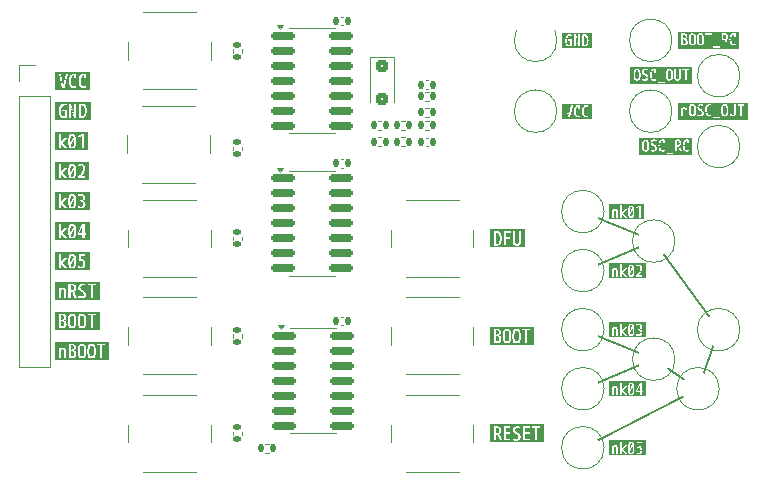
<source format=gbr>
%TF.GenerationSoftware,KiCad,Pcbnew,8.0.4*%
%TF.CreationDate,2024-08-21T15:33:42+10:00*%
%TF.ProjectId,micromod-reset,6d696372-6f6d-46f6-942d-72657365742e,rev?*%
%TF.SameCoordinates,Original*%
%TF.FileFunction,Legend,Top*%
%TF.FilePolarity,Positive*%
%FSLAX46Y46*%
G04 Gerber Fmt 4.6, Leading zero omitted, Abs format (unit mm)*
G04 Created by KiCad (PCBNEW 8.0.4) date 2024-08-21 15:33:42*
%MOMM*%
%LPD*%
G01*
G04 APERTURE LIST*
G04 Aperture macros list*
%AMRoundRect*
0 Rectangle with rounded corners*
0 $1 Rounding radius*
0 $2 $3 $4 $5 $6 $7 $8 $9 X,Y pos of 4 corners*
0 Add a 4 corners polygon primitive as box body*
4,1,4,$2,$3,$4,$5,$6,$7,$8,$9,$2,$3,0*
0 Add four circle primitives for the rounded corners*
1,1,$1+$1,$2,$3*
1,1,$1+$1,$4,$5*
1,1,$1+$1,$6,$7*
1,1,$1+$1,$8,$9*
0 Add four rect primitives between the rounded corners*
20,1,$1+$1,$2,$3,$4,$5,0*
20,1,$1+$1,$4,$5,$6,$7,0*
20,1,$1+$1,$6,$7,$8,$9,0*
20,1,$1+$1,$8,$9,$2,$3,0*%
G04 Aperture macros list end*
%ADD10C,0.150000*%
%ADD11C,0.000000*%
%ADD12C,0.120000*%
%ADD13C,2.800000*%
%ADD14RoundRect,0.135000X-0.135000X-0.185000X0.135000X-0.185000X0.135000X0.185000X-0.135000X0.185000X0*%
%ADD15RoundRect,0.135000X0.185000X-0.135000X0.185000X0.135000X-0.185000X0.135000X-0.185000X-0.135000X0*%
%ADD16RoundRect,0.150000X-0.825000X-0.150000X0.825000X-0.150000X0.825000X0.150000X-0.825000X0.150000X0*%
%ADD17C,2.000000*%
%ADD18RoundRect,0.140000X-0.140000X-0.170000X0.140000X-0.170000X0.140000X0.170000X-0.140000X0.170000X0*%
%ADD19RoundRect,0.135000X0.135000X0.185000X-0.135000X0.185000X-0.135000X-0.185000X0.135000X-0.185000X0*%
%ADD20R,1.700000X1.700000*%
%ADD21O,1.700000X1.700000*%
%ADD22RoundRect,0.250000X-0.300000X0.300000X-0.300000X-0.300000X0.300000X-0.300000X0.300000X0.300000X0*%
%ADD23RoundRect,0.140000X0.140000X0.170000X-0.140000X0.170000X-0.140000X-0.170000X0.140000X-0.170000X0*%
G04 APERTURE END LIST*
D10*
X159000000Y-78500000D02*
X162750000Y-81000000D01*
X159000000Y-68500000D02*
X164500000Y-76000000D01*
X153000000Y-86000000D02*
X162750000Y-81000000D01*
X162750000Y-81000000D02*
X164500000Y-76000000D01*
X153000000Y-76000000D02*
X159000000Y-78500000D01*
X153000000Y-71000000D02*
X159000000Y-68500000D01*
X153000000Y-81000000D02*
X159000000Y-78500000D01*
X153000000Y-66000000D02*
X159000000Y-68500000D01*
D11*
%TO.C,kibuzzard-66AE2AD3*%
G36*
X145817877Y-67822055D02*
G01*
X145896370Y-67898493D01*
X145930160Y-67983242D01*
X145950434Y-68101598D01*
X145957192Y-68253562D01*
X145950525Y-68421416D01*
X145930525Y-68550183D01*
X145897192Y-68639863D01*
X145818904Y-68718767D01*
X145704041Y-68745068D01*
X145630068Y-68730274D01*
X145630068Y-67811370D01*
X145704041Y-67796575D01*
X145817877Y-67822055D01*
G37*
G36*
X148086507Y-69023425D02*
G01*
X147744041Y-69023425D01*
X147415274Y-69023425D01*
X146509521Y-69023425D01*
X145704041Y-69023425D01*
X145445959Y-69023425D01*
X145103493Y-69023425D01*
X145103493Y-67686438D01*
X145445959Y-67686438D01*
X145445959Y-68853562D01*
X145569658Y-68878219D01*
X145704041Y-68886438D01*
X145840479Y-68872260D01*
X145846156Y-68870000D01*
X146325411Y-68870000D01*
X146509521Y-68870000D01*
X146509521Y-68557671D01*
X147086507Y-68557671D01*
X147095000Y-68664703D01*
X147120479Y-68749087D01*
X147162945Y-68810822D01*
X147224954Y-68852831D01*
X147309064Y-68878037D01*
X147415274Y-68886438D01*
X147521484Y-68878037D01*
X147605594Y-68852831D01*
X147667603Y-68810822D01*
X147710068Y-68749087D01*
X147735548Y-68664703D01*
X147744041Y-68557671D01*
X147744041Y-67670000D01*
X147564863Y-67670000D01*
X147564863Y-68524795D01*
X147556644Y-68632260D01*
X147531986Y-68698219D01*
X147418562Y-68743425D01*
X147349932Y-68731918D01*
X147305137Y-68697397D01*
X147280479Y-68631233D01*
X147272260Y-68524795D01*
X147272260Y-67670000D01*
X147086507Y-67670000D01*
X147086507Y-68557671D01*
X146509521Y-68557671D01*
X146509521Y-68294658D01*
X146867877Y-68294658D01*
X146867877Y-68154932D01*
X146509521Y-68154932D01*
X146509521Y-67813014D01*
X146884315Y-67813014D01*
X146884315Y-67670000D01*
X146325411Y-67670000D01*
X146325411Y-68870000D01*
X145846156Y-68870000D01*
X145947329Y-68829726D01*
X146028493Y-68752260D01*
X146087877Y-68633288D01*
X146114817Y-68528995D01*
X146130982Y-68402420D01*
X146136370Y-68253562D01*
X146130051Y-68099914D01*
X146111096Y-67971027D01*
X146079503Y-67866901D01*
X146035274Y-67787534D01*
X145953539Y-67713105D01*
X145843128Y-67668447D01*
X145704041Y-67653562D01*
X145574589Y-67661781D01*
X145445959Y-67686438D01*
X145103493Y-67686438D01*
X145103493Y-67516575D01*
X145445959Y-67516575D01*
X147744041Y-67516575D01*
X148086507Y-67516575D01*
X148086507Y-69023425D01*
G37*
%TO.C,kibuzzard-66C2A826*%
G36*
X157666780Y-54027226D02*
G01*
X157715068Y-54090411D01*
X157735615Y-54162329D01*
X157747944Y-54265753D01*
X157752054Y-54400685D01*
X157747944Y-54535616D01*
X157735615Y-54639041D01*
X157715068Y-54710959D01*
X157666780Y-54774144D01*
X157595889Y-54795205D01*
X157524999Y-54774144D01*
X157476711Y-54710959D01*
X157456163Y-54639041D01*
X157443835Y-54535616D01*
X157439725Y-54400685D01*
X157443835Y-54265753D01*
X157456163Y-54162329D01*
X157476711Y-54090411D01*
X157524999Y-54027226D01*
X157595889Y-54006164D01*
X157666780Y-54027226D01*
G37*
G36*
X160406506Y-54027226D02*
G01*
X160454794Y-54090411D01*
X160475342Y-54162329D01*
X160487670Y-54265753D01*
X160491780Y-54400685D01*
X160487670Y-54535616D01*
X160475342Y-54639041D01*
X160454794Y-54710959D01*
X160406506Y-54774144D01*
X160335615Y-54795205D01*
X160264725Y-54774144D01*
X160216437Y-54710959D01*
X160195889Y-54639041D01*
X160183561Y-54535616D01*
X160179451Y-54400685D01*
X160183561Y-54265753D01*
X160195889Y-54162329D01*
X160216437Y-54090411D01*
X160264725Y-54027226D01*
X160335615Y-54006164D01*
X160406506Y-54027226D01*
G37*
G36*
X162271689Y-55227169D02*
G01*
X161986300Y-55227169D01*
X161782191Y-55227169D01*
X161020547Y-55227169D01*
X160335615Y-55227169D01*
X159369862Y-55227169D01*
X159031506Y-55227169D01*
X158260273Y-55227169D01*
X157595889Y-55227169D01*
X157294520Y-55227169D01*
X157009131Y-55227169D01*
X157009131Y-55113014D01*
X159369862Y-55113014D01*
X159931506Y-55113014D01*
X159931506Y-55014384D01*
X159369862Y-55014384D01*
X159369862Y-55113014D01*
X157009131Y-55113014D01*
X157009131Y-54400685D01*
X157294520Y-54400685D01*
X157298249Y-54520624D01*
X157309436Y-54622907D01*
X157328081Y-54707534D01*
X157369348Y-54804452D01*
X157426026Y-54867808D01*
X157500684Y-54902740D01*
X157595889Y-54914384D01*
X157691095Y-54902740D01*
X157765752Y-54867808D01*
X157822431Y-54804452D01*
X157863698Y-54707534D01*
X157882343Y-54622907D01*
X157893530Y-54520624D01*
X157897259Y-54400685D01*
X157893530Y-54280746D01*
X157882343Y-54178463D01*
X157875468Y-54147260D01*
X158020547Y-54147260D01*
X158034759Y-54244521D01*
X158077396Y-54325342D01*
X158124504Y-54372831D01*
X158190029Y-54418493D01*
X158273972Y-54462329D01*
X158332705Y-54497603D01*
X158371917Y-54537671D01*
X158394006Y-54586301D01*
X158401369Y-54647260D01*
X158391780Y-54711130D01*
X158363013Y-54757534D01*
X158317122Y-54785788D01*
X158256163Y-54795205D01*
X158175950Y-54785312D01*
X158099695Y-54755632D01*
X158027396Y-54706164D01*
X158027396Y-54848630D01*
X158097716Y-54885160D01*
X158175342Y-54907078D01*
X158260273Y-54914384D01*
X158366300Y-54903425D01*
X158448766Y-54870548D01*
X158507670Y-54815753D01*
X158543013Y-54739041D01*
X158554794Y-54640411D01*
X158540068Y-54534589D01*
X158495889Y-54450000D01*
X158445813Y-54401142D01*
X158424647Y-54386986D01*
X158684931Y-54386986D01*
X158690346Y-54510595D01*
X158706592Y-54617723D01*
X158733668Y-54708369D01*
X158771574Y-54782534D01*
X158820312Y-54840218D01*
X158879879Y-54881421D01*
X158950277Y-54906143D01*
X159031506Y-54914384D01*
X159122944Y-54905822D01*
X159205478Y-54880137D01*
X159205478Y-54754110D01*
X159127396Y-54785959D01*
X159054794Y-54796575D01*
X158987822Y-54785198D01*
X158933028Y-54751065D01*
X158890410Y-54694178D01*
X158859969Y-54614536D01*
X158841704Y-54512139D01*
X158836281Y-54400685D01*
X160034246Y-54400685D01*
X160037975Y-54520624D01*
X160049162Y-54622907D01*
X160067807Y-54707534D01*
X160109074Y-54804452D01*
X160165752Y-54867808D01*
X160240410Y-54902740D01*
X160335615Y-54914384D01*
X160430821Y-54902740D01*
X160505478Y-54867808D01*
X160562157Y-54804452D01*
X160603424Y-54707534D01*
X160618213Y-54640411D01*
X160746574Y-54640411D01*
X160753652Y-54729604D01*
X160774885Y-54799924D01*
X160810273Y-54851370D01*
X160861947Y-54886377D01*
X160932039Y-54907382D01*
X161020547Y-54914384D01*
X161109055Y-54907382D01*
X161179147Y-54886377D01*
X161230821Y-54851370D01*
X161266209Y-54799924D01*
X161287442Y-54729604D01*
X161294520Y-54640411D01*
X161294520Y-54019863D01*
X161424657Y-54019863D01*
X161628766Y-54019863D01*
X161628766Y-54900685D01*
X161782191Y-54900685D01*
X161782191Y-54019863D01*
X161986300Y-54019863D01*
X161986300Y-53900685D01*
X161424657Y-53900685D01*
X161424657Y-54019863D01*
X161294520Y-54019863D01*
X161294520Y-53900685D01*
X161145205Y-53900685D01*
X161145205Y-54613014D01*
X161138355Y-54702568D01*
X161117807Y-54757534D01*
X161023287Y-54795205D01*
X160966095Y-54785616D01*
X160928766Y-54756849D01*
X160908218Y-54701712D01*
X160901369Y-54613014D01*
X160901369Y-53900685D01*
X160746574Y-53900685D01*
X160746574Y-54640411D01*
X160618213Y-54640411D01*
X160622069Y-54622907D01*
X160633256Y-54520624D01*
X160636985Y-54400685D01*
X160633256Y-54280746D01*
X160622069Y-54178463D01*
X160603424Y-54093836D01*
X160562157Y-53996918D01*
X160505478Y-53933562D01*
X160430821Y-53898630D01*
X160335615Y-53886986D01*
X160240410Y-53898630D01*
X160165752Y-53933562D01*
X160109074Y-53996918D01*
X160067807Y-54093836D01*
X160049162Y-54178463D01*
X160037975Y-54280746D01*
X160034246Y-54400685D01*
X158836281Y-54400685D01*
X158835615Y-54386986D01*
X158841133Y-54271043D01*
X158857685Y-54176180D01*
X158885273Y-54102397D01*
X158923896Y-54049696D01*
X158973553Y-54018075D01*
X159034246Y-54007534D01*
X159065752Y-54013014D01*
X159065752Y-54226712D01*
X159212328Y-54226712D01*
X159212328Y-53917123D01*
X159124999Y-53894521D01*
X159027396Y-53886986D01*
X158947131Y-53894799D01*
X158877568Y-53918236D01*
X158818706Y-53957299D01*
X158770547Y-54011986D01*
X158733090Y-54082299D01*
X158706335Y-54168236D01*
X158690282Y-54269799D01*
X158684931Y-54386986D01*
X158424647Y-54386986D01*
X158374124Y-54353196D01*
X158280821Y-54306164D01*
X158219938Y-54265221D01*
X158183408Y-54209970D01*
X158171232Y-54140411D01*
X158180821Y-54084247D01*
X158209588Y-54041781D01*
X158255136Y-54015068D01*
X158315068Y-54006164D01*
X158421574Y-54020890D01*
X158527396Y-54065068D01*
X158527396Y-53928082D01*
X158453728Y-53905251D01*
X158377016Y-53891553D01*
X158297259Y-53886986D01*
X158215448Y-53894597D01*
X158147183Y-53917428D01*
X158092465Y-53955479D01*
X158038526Y-54037671D01*
X158020547Y-54147260D01*
X157875468Y-54147260D01*
X157863698Y-54093836D01*
X157822431Y-53996918D01*
X157765752Y-53933562D01*
X157691095Y-53898630D01*
X157595889Y-53886986D01*
X157500684Y-53898630D01*
X157426026Y-53933562D01*
X157369348Y-53996918D01*
X157328081Y-54093836D01*
X157309436Y-54178463D01*
X157298249Y-54280746D01*
X157294520Y-54400685D01*
X157009131Y-54400685D01*
X157009131Y-53772831D01*
X157294520Y-53772831D01*
X161986300Y-53772831D01*
X162271689Y-53772831D01*
X162271689Y-55227169D01*
G37*
D12*
%TO.C,TP14*%
X150800000Y-51500000D02*
G75*
G02*
X147200000Y-51500000I-1800000J0D01*
G01*
X147200000Y-51500000D02*
G75*
G02*
X150800000Y-51500000I1800000J0D01*
G01*
D11*
%TO.C,kibuzzard-66AE2A6F*%
G36*
X109821301Y-72254521D02*
G01*
X109883356Y-72293356D01*
X109920342Y-72360137D01*
X109932671Y-72456918D01*
X109919521Y-72558014D01*
X109880068Y-72624589D01*
X109809384Y-72661575D01*
X109702534Y-72673904D01*
X109638425Y-72673904D01*
X109638425Y-72254726D01*
X109733767Y-72241575D01*
X109821301Y-72254521D01*
G37*
G36*
X112094863Y-73468425D02*
G01*
X111752397Y-73468425D01*
X111507466Y-73468425D01*
X110568836Y-73468425D01*
X110144726Y-73468425D01*
X109261986Y-73468425D01*
X108637329Y-73468425D01*
X108294863Y-73468425D01*
X108294863Y-72512808D01*
X108637329Y-72512808D01*
X108637329Y-73315000D01*
X108818151Y-73315000D01*
X108818151Y-72614726D01*
X108929931Y-72578562D01*
X109051575Y-72611438D01*
X109084452Y-72731438D01*
X109084452Y-73315000D01*
X109261986Y-73315000D01*
X109261986Y-72739658D01*
X109244931Y-72593767D01*
X109193767Y-72504589D01*
X109133584Y-72470799D01*
X109043995Y-72450525D01*
X108925000Y-72443767D01*
X108819247Y-72451438D01*
X108723356Y-72474452D01*
X108637329Y-72512808D01*
X108294863Y-72512808D01*
X108294863Y-72131438D01*
X109454315Y-72131438D01*
X109454315Y-73315000D01*
X109638425Y-73315000D01*
X109638425Y-72816918D01*
X109702534Y-72816918D01*
X109801986Y-72848973D01*
X109833425Y-72895205D01*
X109860342Y-72969795D01*
X109955685Y-73315000D01*
X110144726Y-73315000D01*
X110042808Y-72979658D01*
X109990205Y-72850616D01*
X109927740Y-72769247D01*
X109927740Y-72765959D01*
X110008288Y-72718904D01*
X110065822Y-72651712D01*
X110100342Y-72564384D01*
X110111849Y-72456918D01*
X110107712Y-72410890D01*
X110281164Y-72410890D01*
X110298219Y-72527603D01*
X110349384Y-72624589D01*
X110405913Y-72681575D01*
X110484543Y-72736370D01*
X110585274Y-72788973D01*
X110655753Y-72831301D01*
X110702808Y-72879384D01*
X110729315Y-72937740D01*
X110738151Y-73010890D01*
X110726644Y-73087534D01*
X110692123Y-73143219D01*
X110637055Y-73177123D01*
X110563904Y-73188425D01*
X110467648Y-73176553D01*
X110376142Y-73140936D01*
X110289384Y-73081575D01*
X110289384Y-73252534D01*
X110373767Y-73296370D01*
X110466918Y-73322671D01*
X110568836Y-73331438D01*
X110696068Y-73318288D01*
X110795027Y-73278836D01*
X110865712Y-73213082D01*
X110908123Y-73121027D01*
X110922260Y-73002671D01*
X110904589Y-72875685D01*
X110851575Y-72774178D01*
X110791484Y-72715548D01*
X110705457Y-72658014D01*
X110593493Y-72601575D01*
X110520434Y-72552443D01*
X110476598Y-72486142D01*
X110461986Y-72402671D01*
X110473493Y-72335274D01*
X110508014Y-72284315D01*
X110562671Y-72252260D01*
X110634589Y-72241575D01*
X110762397Y-72259247D01*
X110889384Y-72312260D01*
X110889384Y-72258014D01*
X111078425Y-72258014D01*
X111323356Y-72258014D01*
X111323356Y-73315000D01*
X111507466Y-73315000D01*
X111507466Y-72258014D01*
X111752397Y-72258014D01*
X111752397Y-72115000D01*
X111078425Y-72115000D01*
X111078425Y-72258014D01*
X110889384Y-72258014D01*
X110889384Y-72147877D01*
X110800982Y-72120479D01*
X110708927Y-72104041D01*
X110613219Y-72098562D01*
X110515046Y-72107694D01*
X110433128Y-72135091D01*
X110367466Y-72180753D01*
X110302740Y-72279384D01*
X110281164Y-72410890D01*
X110107712Y-72410890D01*
X110101712Y-72344132D01*
X110071301Y-72253447D01*
X110020616Y-72184863D01*
X109948196Y-72136918D01*
X109852580Y-72108151D01*
X109733767Y-72098562D01*
X109639155Y-72102215D01*
X109546005Y-72113174D01*
X109454315Y-72131438D01*
X108294863Y-72131438D01*
X108294863Y-71961575D01*
X108637329Y-71961575D01*
X111752397Y-71961575D01*
X112094863Y-71961575D01*
X112094863Y-73468425D01*
G37*
D12*
%TO.C,R5*%
X135646359Y-58320000D02*
X135953641Y-58320000D01*
X135646359Y-59080000D02*
X135953641Y-59080000D01*
%TO.C,R11*%
X123355000Y-68423641D02*
X123355000Y-68116359D01*
X124115000Y-68423641D02*
X124115000Y-68116359D01*
%TO.C,TP5*%
X154800000Y-86000000D02*
G75*
G02*
X151200000Y-86000000I-1800000J0D01*
G01*
X151200000Y-86000000D02*
G75*
G02*
X154800000Y-86000000I1800000J0D01*
G01*
%TO.C,U2*%
X130085000Y-50500000D02*
X128135000Y-50500000D01*
X130085000Y-50500000D02*
X132035000Y-50500000D01*
X130085000Y-59370000D02*
X128135000Y-59370000D01*
X130085000Y-59370000D02*
X132035000Y-59370000D01*
X127385000Y-50565000D02*
X127145000Y-50235000D01*
X127625000Y-50235000D01*
X127385000Y-50565000D01*
G36*
X127385000Y-50565000D02*
G01*
X127145000Y-50235000D01*
X127625000Y-50235000D01*
X127385000Y-50565000D01*
G37*
%TO.C,SW1*%
X136745000Y-67520000D02*
X136745000Y-69020000D01*
X137995000Y-71520000D02*
X142495000Y-71520000D01*
X142495000Y-65020000D02*
X137995000Y-65020000D01*
X143745000Y-69020000D02*
X143745000Y-67520000D01*
%TO.C,R10*%
X123355000Y-60803641D02*
X123355000Y-60496359D01*
X124115000Y-60803641D02*
X124115000Y-60496359D01*
%TO.C,R2*%
X137646359Y-59720000D02*
X137953641Y-59720000D01*
X137646359Y-60480000D02*
X137953641Y-60480000D01*
%TO.C,SW3*%
X136745000Y-84030000D02*
X136745000Y-85530000D01*
X137995000Y-88030000D02*
X142495000Y-88030000D01*
X142495000Y-81530000D02*
X137995000Y-81530000D01*
X143745000Y-85530000D02*
X143745000Y-84030000D01*
D11*
%TO.C,kibuzzard-66AE2A46*%
G36*
X109840617Y-62113630D02*
G01*
X109889932Y-62211438D01*
X109608836Y-62699658D01*
X109605548Y-62563219D01*
X109607740Y-62446324D01*
X109614315Y-62347694D01*
X109625274Y-62267329D01*
X109648083Y-62177740D01*
X109677055Y-62122671D01*
X109763357Y-62084863D01*
X109840617Y-62113630D01*
G37*
G36*
X109919932Y-62474041D02*
G01*
X109921165Y-62563219D01*
X109918973Y-62680114D01*
X109912398Y-62778744D01*
X109901439Y-62859110D01*
X109878631Y-62948699D01*
X109849658Y-63003767D01*
X109763357Y-63041575D01*
X109681165Y-63007877D01*
X109630206Y-62891986D01*
X109916233Y-62397192D01*
X109919932Y-62474041D01*
G37*
G36*
X111223631Y-63316644D02*
G01*
X110881165Y-63316644D01*
X109763357Y-63316644D01*
X109303083Y-63316644D01*
X108637329Y-63316644D01*
X108294863Y-63316644D01*
X108294863Y-63163219D01*
X108637329Y-63163219D01*
X108818151Y-63163219D01*
X108818151Y-62790068D01*
X109091028Y-63163219D01*
X109303083Y-63163219D01*
X108961165Y-62719384D01*
X109091094Y-62563219D01*
X109434589Y-62563219D01*
X109438882Y-62709064D01*
X109451758Y-62833174D01*
X109473220Y-62935548D01*
X109519452Y-63051849D01*
X109580891Y-63126233D01*
X109661028Y-63166301D01*
X109763357Y-63179658D01*
X109865685Y-63166301D01*
X109945822Y-63126233D01*
X110007261Y-63051849D01*
X110053494Y-62935548D01*
X110074955Y-62833174D01*
X110087831Y-62709064D01*
X110092124Y-62563219D01*
X110087831Y-62417374D01*
X110074955Y-62293265D01*
X110053494Y-62190890D01*
X110007261Y-62074589D01*
X109972298Y-62032260D01*
X110289384Y-62032260D01*
X110289384Y-62186781D01*
X110381987Y-62132900D01*
X110466918Y-62100571D01*
X110544179Y-62089795D01*
X110651850Y-62134178D01*
X110678357Y-62191712D01*
X110687192Y-62275548D01*
X110679074Y-62365623D01*
X110654718Y-62461134D01*
X110614125Y-62562079D01*
X110557296Y-62668458D01*
X110484229Y-62780273D01*
X110394925Y-62897522D01*
X110289384Y-63020205D01*
X110289384Y-63163219D01*
X110881165Y-63163219D01*
X110881165Y-63020205D01*
X110480069Y-63020205D01*
X110480069Y-63016918D01*
X110576490Y-62902055D01*
X110658631Y-62794178D01*
X110726490Y-62693288D01*
X110780069Y-62599384D01*
X110831667Y-62482123D01*
X110862626Y-62371438D01*
X110872946Y-62267329D01*
X110854247Y-62128630D01*
X110798151Y-62028151D01*
X110706713Y-61967123D01*
X110581987Y-61946781D01*
X110477877Y-61956279D01*
X110380343Y-61984772D01*
X110289384Y-62032260D01*
X109972298Y-62032260D01*
X109945822Y-62000205D01*
X109865685Y-61960137D01*
X109763357Y-61946781D01*
X109661028Y-61960137D01*
X109580891Y-62000205D01*
X109519452Y-62074589D01*
X109473220Y-62190890D01*
X109451758Y-62293265D01*
X109438882Y-62417374D01*
X109434589Y-62563219D01*
X109091094Y-62563219D01*
X109303083Y-62308425D01*
X109094315Y-62308425D01*
X108818151Y-62653630D01*
X108818151Y-61930342D01*
X108637329Y-61930342D01*
X108637329Y-63163219D01*
X108294863Y-63163219D01*
X108294863Y-61793356D01*
X108637329Y-61793356D01*
X110881165Y-61793356D01*
X111223631Y-61793356D01*
X111223631Y-63316644D01*
G37*
D12*
%TO.C,R13*%
X123355000Y-84933641D02*
X123355000Y-84626359D01*
X124115000Y-84933641D02*
X124115000Y-84626359D01*
D11*
%TO.C,kibuzzard-66AE2A86*%
G36*
X109830206Y-77338744D02*
G01*
X109891027Y-77395183D01*
X109911301Y-77489247D01*
X109898151Y-77575753D01*
X109858699Y-77634726D01*
X109791301Y-77668630D01*
X109694315Y-77679932D01*
X109646644Y-77679932D01*
X109646644Y-77333082D01*
X109728836Y-77319932D01*
X109830206Y-77338744D01*
G37*
G36*
X109816781Y-77833219D02*
G01*
X109886644Y-77873904D01*
X109927329Y-77944178D01*
X109940890Y-78046507D01*
X109928356Y-78147397D01*
X109890754Y-78216644D01*
X109827671Y-78256712D01*
X109738699Y-78270068D01*
X109646644Y-78256918D01*
X109646644Y-77819658D01*
X109715685Y-77819658D01*
X109816781Y-77833219D01*
G37*
G36*
X110678562Y-77346849D02*
G01*
X110736507Y-77422671D01*
X110761164Y-77508973D01*
X110775959Y-77633082D01*
X110780890Y-77795000D01*
X110775959Y-77956918D01*
X110761164Y-78081027D01*
X110736507Y-78167329D01*
X110678562Y-78243151D01*
X110593493Y-78268425D01*
X110508425Y-78243151D01*
X110450480Y-78167329D01*
X110425822Y-78081027D01*
X110411027Y-77956918D01*
X110406096Y-77795000D01*
X110411027Y-77633082D01*
X110425822Y-77508973D01*
X110450480Y-77422671D01*
X110508425Y-77346849D01*
X110593493Y-77321575D01*
X110678562Y-77346849D01*
G37*
G36*
X111500480Y-77346849D02*
G01*
X111558425Y-77422671D01*
X111583082Y-77508973D01*
X111597877Y-77633082D01*
X111602808Y-77795000D01*
X111597877Y-77956918D01*
X111583082Y-78081027D01*
X111558425Y-78167329D01*
X111500480Y-78243151D01*
X111415411Y-78268425D01*
X111330343Y-78243151D01*
X111272397Y-78167329D01*
X111247740Y-78081027D01*
X111232945Y-77956918D01*
X111228014Y-77795000D01*
X111232945Y-77633082D01*
X111247740Y-77508973D01*
X111272397Y-77422671D01*
X111330343Y-77346849D01*
X111415411Y-77321575D01*
X111500480Y-77346849D01*
G37*
G36*
X112916781Y-78548425D02*
G01*
X112574315Y-78548425D01*
X112329384Y-78548425D01*
X111415411Y-78548425D01*
X110593493Y-78548425D01*
X109738699Y-78548425D01*
X109261986Y-78548425D01*
X108637329Y-78548425D01*
X108294863Y-78548425D01*
X108294863Y-77592808D01*
X108637329Y-77592808D01*
X108637329Y-78395000D01*
X108818151Y-78395000D01*
X108818151Y-77694726D01*
X108929932Y-77658562D01*
X109051575Y-77691438D01*
X109084452Y-77811438D01*
X109084452Y-78395000D01*
X109261986Y-78395000D01*
X109261986Y-77819658D01*
X109244932Y-77673767D01*
X109193767Y-77584589D01*
X109133585Y-77550799D01*
X109043996Y-77530525D01*
X108925000Y-77523767D01*
X108819247Y-77531438D01*
X108723356Y-77554452D01*
X108637329Y-77592808D01*
X108294863Y-77592808D01*
X108294863Y-77211438D01*
X109462534Y-77211438D01*
X109462534Y-78378562D01*
X109553128Y-78396826D01*
X109645183Y-78407785D01*
X109738699Y-78411438D01*
X109855228Y-78401393D01*
X109950571Y-78371256D01*
X110024726Y-78321027D01*
X110077694Y-78250708D01*
X110109475Y-78160297D01*
X110120069Y-78049795D01*
X110104247Y-77939658D01*
X110056781Y-77845959D01*
X110003839Y-77795000D01*
X110231849Y-77795000D01*
X110236324Y-77938927D01*
X110249749Y-78061667D01*
X110272123Y-78163219D01*
X110321644Y-78279521D01*
X110389658Y-78355548D01*
X110479247Y-78397466D01*
X110593493Y-78411438D01*
X110707740Y-78397466D01*
X110797329Y-78355548D01*
X110865343Y-78279521D01*
X110914863Y-78163219D01*
X110937238Y-78061667D01*
X110950662Y-77938927D01*
X110955137Y-77795000D01*
X111053767Y-77795000D01*
X111058242Y-77938927D01*
X111071667Y-78061667D01*
X111094041Y-78163219D01*
X111143562Y-78279521D01*
X111211575Y-78355548D01*
X111301164Y-78397466D01*
X111415411Y-78411438D01*
X111529658Y-78397466D01*
X111619247Y-78355548D01*
X111687260Y-78279521D01*
X111736781Y-78163219D01*
X111759155Y-78061667D01*
X111772580Y-77938927D01*
X111777055Y-77795000D01*
X111772580Y-77651073D01*
X111759155Y-77528333D01*
X111736781Y-77426781D01*
X111698984Y-77338014D01*
X111900343Y-77338014D01*
X112145274Y-77338014D01*
X112145274Y-78395000D01*
X112329384Y-78395000D01*
X112329384Y-77338014D01*
X112574315Y-77338014D01*
X112574315Y-77195000D01*
X111900343Y-77195000D01*
X111900343Y-77338014D01*
X111698984Y-77338014D01*
X111687260Y-77310479D01*
X111619247Y-77234452D01*
X111529658Y-77192534D01*
X111415411Y-77178562D01*
X111301164Y-77192534D01*
X111211575Y-77234452D01*
X111143562Y-77310479D01*
X111094041Y-77426781D01*
X111071667Y-77528333D01*
X111058242Y-77651073D01*
X111053767Y-77795000D01*
X110955137Y-77795000D01*
X110950662Y-77651073D01*
X110937238Y-77528333D01*
X110914863Y-77426781D01*
X110865343Y-77310479D01*
X110797329Y-77234452D01*
X110707740Y-77192534D01*
X110593493Y-77178562D01*
X110479247Y-77192534D01*
X110389658Y-77234452D01*
X110321644Y-77310479D01*
X110272123Y-77426781D01*
X110249749Y-77528333D01*
X110236324Y-77651073D01*
X110231849Y-77795000D01*
X110003839Y-77795000D01*
X109985480Y-77777329D01*
X109898151Y-77742397D01*
X109898151Y-77740753D01*
X109975206Y-77707055D01*
X110035411Y-77648699D01*
X110074247Y-77570616D01*
X110087192Y-77477740D01*
X110072858Y-77370036D01*
X110029855Y-77286266D01*
X109958184Y-77226430D01*
X109857844Y-77190529D01*
X109728836Y-77178562D01*
X109593219Y-77186781D01*
X109462534Y-77211438D01*
X108294863Y-77211438D01*
X108294863Y-77041575D01*
X108637329Y-77041575D01*
X112574315Y-77041575D01*
X112916781Y-77041575D01*
X112916781Y-78548425D01*
G37*
D12*
%TO.C,SW4*%
X114520000Y-51645000D02*
X114520000Y-53145000D01*
X115770000Y-55645000D02*
X120270000Y-55645000D01*
X120270000Y-49145000D02*
X115770000Y-49145000D01*
X121520000Y-53145000D02*
X121520000Y-51645000D01*
%TO.C,TP8*%
X164550000Y-81000000D02*
G75*
G02*
X160950000Y-81000000I-1800000J0D01*
G01*
X160950000Y-81000000D02*
G75*
G02*
X164550000Y-81000000I1800000J0D01*
G01*
%TO.C,TP2*%
X154800000Y-71000000D02*
G75*
G02*
X151200000Y-71000000I-1800000J0D01*
G01*
X151200000Y-71000000D02*
G75*
G02*
X154800000Y-71000000I1800000J0D01*
G01*
%TO.C,R3*%
X139646359Y-55870000D02*
X139953641Y-55870000D01*
X139646359Y-56630000D02*
X139953641Y-56630000D01*
D11*
%TO.C,kibuzzard-66AE2A2C*%
G36*
X111294315Y-55688425D02*
G01*
X110951849Y-55688425D01*
X110734863Y-55688425D01*
X109912945Y-55688425D01*
X109117329Y-55688425D01*
X108637329Y-55688425D01*
X108294863Y-55688425D01*
X108294863Y-54335000D01*
X108637329Y-54335000D01*
X108903630Y-55535000D01*
X109117329Y-55535000D01*
X109254972Y-54918562D01*
X109497055Y-54918562D01*
X109503553Y-55066892D01*
X109523048Y-55195445D01*
X109555539Y-55304221D01*
X109601027Y-55393219D01*
X109659512Y-55462440D01*
X109730993Y-55511884D01*
X109815471Y-55541550D01*
X109912945Y-55551438D01*
X110022671Y-55541164D01*
X110121712Y-55510342D01*
X110121712Y-55359110D01*
X110028014Y-55397329D01*
X109940890Y-55410068D01*
X109860525Y-55396416D01*
X109794772Y-55355457D01*
X109743630Y-55287192D01*
X109707100Y-55191621D01*
X109685183Y-55068744D01*
X109677877Y-54918562D01*
X110318973Y-54918562D01*
X110325471Y-55066892D01*
X110344966Y-55195445D01*
X110377457Y-55304221D01*
X110422945Y-55393219D01*
X110481430Y-55462440D01*
X110552911Y-55511884D01*
X110637389Y-55541550D01*
X110734863Y-55551438D01*
X110844589Y-55541164D01*
X110943630Y-55510342D01*
X110943630Y-55359110D01*
X110849931Y-55397329D01*
X110762808Y-55410068D01*
X110682443Y-55396416D01*
X110616689Y-55355457D01*
X110565548Y-55287192D01*
X110529018Y-55191621D01*
X110507100Y-55068744D01*
X110499794Y-54918562D01*
X110506415Y-54779429D01*
X110526278Y-54665594D01*
X110559384Y-54577055D01*
X110605731Y-54513813D01*
X110665320Y-54475868D01*
X110738151Y-54463219D01*
X110775959Y-54469795D01*
X110775959Y-54726233D01*
X110951849Y-54726233D01*
X110951849Y-54354726D01*
X110847055Y-54327603D01*
X110729931Y-54318562D01*
X110633613Y-54327937D01*
X110550137Y-54356062D01*
X110479503Y-54402937D01*
X110421712Y-54468562D01*
X110376764Y-54552937D01*
X110344657Y-54656062D01*
X110325394Y-54777937D01*
X110318973Y-54918562D01*
X109677877Y-54918562D01*
X109684498Y-54779429D01*
X109704361Y-54665594D01*
X109737466Y-54577055D01*
X109783813Y-54513813D01*
X109843402Y-54475868D01*
X109916233Y-54463219D01*
X109954041Y-54469795D01*
X109954041Y-54726233D01*
X110129931Y-54726233D01*
X110129931Y-54354726D01*
X110025137Y-54327603D01*
X109908014Y-54318562D01*
X109811695Y-54327937D01*
X109728219Y-54356062D01*
X109657586Y-54402937D01*
X109599794Y-54468562D01*
X109554846Y-54552937D01*
X109522740Y-54656062D01*
X109503476Y-54777937D01*
X109497055Y-54918562D01*
X109254972Y-54918562D01*
X109385274Y-54335000D01*
X109202808Y-54335000D01*
X109015411Y-55370616D01*
X109013767Y-55370616D01*
X108826370Y-54335000D01*
X108637329Y-54335000D01*
X108294863Y-54335000D01*
X108294863Y-54181575D01*
X108637329Y-54181575D01*
X110951849Y-54181575D01*
X111294315Y-54181575D01*
X111294315Y-55688425D01*
G37*
%TO.C,kibuzzard-66C2A98F*%
G36*
X157163699Y-65632192D02*
G01*
X157204795Y-65713699D01*
X156970548Y-66120548D01*
X156967808Y-66006849D01*
X156969635Y-65909437D01*
X156975114Y-65827245D01*
X156984247Y-65760274D01*
X157003254Y-65685616D01*
X157027397Y-65639726D01*
X157099315Y-65608219D01*
X157163699Y-65632192D01*
G37*
G36*
X157229795Y-65932534D02*
G01*
X157230822Y-66006849D01*
X157228996Y-66104262D01*
X157223516Y-66186454D01*
X157214384Y-66253425D01*
X157195377Y-66328082D01*
X157171233Y-66373973D01*
X157099315Y-66405479D01*
X157030822Y-66377397D01*
X156988356Y-66280822D01*
X157226712Y-65868493D01*
X157229795Y-65932534D01*
G37*
G36*
X158218950Y-66634703D02*
G01*
X157933562Y-66634703D01*
X157780137Y-66634703D01*
X157099315Y-66634703D01*
X156715754Y-66634703D01*
X155989726Y-66634703D01*
X155469178Y-66634703D01*
X155183790Y-66634703D01*
X155183790Y-65838356D01*
X155469178Y-65838356D01*
X155469178Y-66506849D01*
X155619863Y-66506849D01*
X155619863Y-65923288D01*
X155713014Y-65893151D01*
X155814384Y-65920548D01*
X155841781Y-66020548D01*
X155841781Y-66506849D01*
X155989726Y-66506849D01*
X156160959Y-66506849D01*
X156311644Y-66506849D01*
X156311644Y-66195890D01*
X156539041Y-66506849D01*
X156715754Y-66506849D01*
X156430822Y-66136986D01*
X156539096Y-66006849D01*
X156825343Y-66006849D01*
X156828919Y-66128387D01*
X156839650Y-66231811D01*
X156857534Y-66317123D01*
X156896062Y-66414041D01*
X156947260Y-66476027D01*
X157014041Y-66509418D01*
X157099315Y-66520548D01*
X157184589Y-66509418D01*
X157251370Y-66476027D01*
X157302569Y-66414041D01*
X157341096Y-66317123D01*
X157358980Y-66231811D01*
X157369711Y-66128387D01*
X157373288Y-66006849D01*
X157369711Y-65885312D01*
X157358980Y-65781887D01*
X157341096Y-65696575D01*
X157321220Y-65646575D01*
X157541781Y-65646575D01*
X157541781Y-65780822D01*
X157777397Y-65649315D01*
X157780137Y-65650685D01*
X157780137Y-66506849D01*
X157933562Y-66506849D01*
X157933562Y-65506849D01*
X157781507Y-65506849D01*
X157541781Y-65646575D01*
X157321220Y-65646575D01*
X157302569Y-65599658D01*
X157251370Y-65537671D01*
X157184589Y-65504281D01*
X157099315Y-65493151D01*
X157014041Y-65504281D01*
X156947260Y-65537671D01*
X156896062Y-65599658D01*
X156857534Y-65696575D01*
X156839650Y-65781887D01*
X156828919Y-65885312D01*
X156825343Y-66006849D01*
X156539096Y-66006849D01*
X156715754Y-65794521D01*
X156541781Y-65794521D01*
X156311644Y-66082192D01*
X156311644Y-65479452D01*
X156160959Y-65479452D01*
X156160959Y-66506849D01*
X155989726Y-66506849D01*
X155989726Y-66027397D01*
X155975514Y-65905822D01*
X155932877Y-65831507D01*
X155882725Y-65803349D01*
X155808067Y-65786454D01*
X155708904Y-65780822D01*
X155620776Y-65787215D01*
X155540868Y-65806393D01*
X155469178Y-65838356D01*
X155183790Y-65838356D01*
X155183790Y-65365297D01*
X155469178Y-65365297D01*
X157933562Y-65365297D01*
X158218950Y-65365297D01*
X158218950Y-66634703D01*
G37*
%TO.C,kibuzzard-66AE2A35*%
G36*
X110681028Y-57027055D02*
G01*
X110759521Y-57103493D01*
X110793311Y-57188242D01*
X110813585Y-57306598D01*
X110820343Y-57458562D01*
X110813676Y-57626416D01*
X110793676Y-57755183D01*
X110760343Y-57844863D01*
X110682055Y-57923767D01*
X110567192Y-57950068D01*
X110493220Y-57935274D01*
X110493220Y-57016370D01*
X110567192Y-57001575D01*
X110681028Y-57027055D01*
G37*
G36*
X111341987Y-58228425D02*
G01*
X110999521Y-58228425D01*
X110567192Y-58228425D01*
X109500343Y-58228425D01*
X109048288Y-58228425D01*
X108637329Y-58228425D01*
X108294863Y-58228425D01*
X108294863Y-57466781D01*
X108637329Y-57466781D01*
X108643750Y-57613185D01*
X108663014Y-57740068D01*
X108695120Y-57847432D01*
X108740069Y-57935274D01*
X108797860Y-58003596D01*
X108868493Y-58052397D01*
X108951970Y-58081678D01*
X109048288Y-58091438D01*
X109146553Y-58085046D01*
X109195348Y-58075000D01*
X109500343Y-58075000D01*
X109681165Y-58075000D01*
X109681165Y-57203767D01*
X109684452Y-57203767D01*
X109940891Y-58075000D01*
X110125000Y-58075000D01*
X110125000Y-56891438D01*
X110309110Y-56891438D01*
X110309110Y-58058562D01*
X110432809Y-58083219D01*
X110567192Y-58091438D01*
X110703630Y-58077260D01*
X110810480Y-58034726D01*
X110891644Y-57957260D01*
X110951028Y-57838288D01*
X110977968Y-57733995D01*
X110994133Y-57607420D01*
X110999521Y-57458562D01*
X110993202Y-57304914D01*
X110974247Y-57176027D01*
X110942654Y-57071901D01*
X110898425Y-56992534D01*
X110816690Y-56918105D01*
X110706279Y-56873447D01*
X110567192Y-56858562D01*
X110437740Y-56866781D01*
X110309110Y-56891438D01*
X110125000Y-56891438D01*
X110125000Y-56875000D01*
X109952398Y-56875000D01*
X109952398Y-57746233D01*
X109947466Y-57746233D01*
X109691028Y-56875000D01*
X109500343Y-56875000D01*
X109500343Y-58075000D01*
X109195348Y-58075000D01*
X109239704Y-58065868D01*
X109327740Y-58033904D01*
X109327740Y-57359932D01*
X108944726Y-57359932D01*
X108944726Y-57499658D01*
X109151850Y-57499658D01*
X109151850Y-57930342D01*
X109053220Y-57950068D01*
X108952946Y-57922123D01*
X108878973Y-57838288D01*
X108845183Y-57747329D01*
X108824909Y-57623493D01*
X108818151Y-57466781D01*
X108825274Y-57313630D01*
X108846644Y-57193904D01*
X108882261Y-57107603D01*
X108964041Y-57029315D01*
X109081165Y-57003219D01*
X109181850Y-57013082D01*
X109286644Y-57042671D01*
X109286644Y-56894726D01*
X109185959Y-56867603D01*
X109081165Y-56858562D01*
X108945548Y-56874817D01*
X108834589Y-56923584D01*
X108748288Y-57004863D01*
X108699743Y-57088596D01*
X108665069Y-57193493D01*
X108644264Y-57319555D01*
X108637329Y-57466781D01*
X108294863Y-57466781D01*
X108294863Y-56721575D01*
X108637329Y-56721575D01*
X110999521Y-56721575D01*
X111341987Y-56721575D01*
X111341987Y-58228425D01*
G37*
D12*
%TO.C,R7*%
X139646359Y-58320000D02*
X139953641Y-58320000D01*
X139646359Y-59080000D02*
X139953641Y-59080000D01*
D11*
%TO.C,kibuzzard-66AE2A58*%
G36*
X110631301Y-67835548D02*
G01*
X110368287Y-67835548D01*
X110368287Y-67830616D01*
X110628013Y-67298014D01*
X110631301Y-67298014D01*
X110631301Y-67835548D01*
G37*
G36*
X109840616Y-67193630D02*
G01*
X109889931Y-67291438D01*
X109608835Y-67779658D01*
X109605548Y-67643219D01*
X109607739Y-67526324D01*
X109614315Y-67427694D01*
X109625274Y-67347329D01*
X109648082Y-67257740D01*
X109677055Y-67202671D01*
X109763356Y-67164863D01*
X109840616Y-67193630D01*
G37*
G36*
X109919931Y-67554041D02*
G01*
X109921164Y-67643219D01*
X109918972Y-67760114D01*
X109912397Y-67858744D01*
X109901438Y-67939110D01*
X109878630Y-68028699D01*
X109849657Y-68083767D01*
X109763356Y-68121575D01*
X109681164Y-68087877D01*
X109630205Y-67971986D01*
X109916233Y-67477192D01*
X109919931Y-67554041D01*
G37*
G36*
X111289383Y-68396644D02*
G01*
X110946918Y-68396644D01*
X110812123Y-68396644D01*
X109763356Y-68396644D01*
X109303082Y-68396644D01*
X108637328Y-68396644D01*
X108294863Y-68396644D01*
X108294863Y-68243219D01*
X108637328Y-68243219D01*
X108818150Y-68243219D01*
X108818150Y-67870068D01*
X109091027Y-68243219D01*
X109303082Y-68243219D01*
X108961164Y-67799384D01*
X109091093Y-67643219D01*
X109434589Y-67643219D01*
X109438881Y-67789064D01*
X109451758Y-67913174D01*
X109473219Y-68015548D01*
X109519452Y-68131849D01*
X109580890Y-68206233D01*
X109661027Y-68246301D01*
X109763356Y-68259658D01*
X109865685Y-68246301D01*
X109945822Y-68206233D01*
X110007260Y-68131849D01*
X110053493Y-68015548D01*
X110074954Y-67913174D01*
X110083008Y-67835548D01*
X110223630Y-67835548D01*
X110223630Y-67976918D01*
X110631301Y-67976918D01*
X110631301Y-68243219D01*
X110812123Y-68243219D01*
X110812123Y-67976918D01*
X110946918Y-67976918D01*
X110946918Y-67835548D01*
X110812123Y-67835548D01*
X110812123Y-67043219D01*
X110613219Y-67043219D01*
X110223630Y-67835548D01*
X110083008Y-67835548D01*
X110087831Y-67789064D01*
X110092123Y-67643219D01*
X110087831Y-67497374D01*
X110074954Y-67373265D01*
X110053493Y-67270890D01*
X110007260Y-67154589D01*
X109945822Y-67080205D01*
X109865685Y-67040137D01*
X109763356Y-67026781D01*
X109661027Y-67040137D01*
X109580890Y-67080205D01*
X109519452Y-67154589D01*
X109473219Y-67270890D01*
X109451758Y-67373265D01*
X109438881Y-67497374D01*
X109434589Y-67643219D01*
X109091093Y-67643219D01*
X109303082Y-67388425D01*
X109094315Y-67388425D01*
X108818150Y-67733630D01*
X108818150Y-67010342D01*
X108637328Y-67010342D01*
X108637328Y-68243219D01*
X108294863Y-68243219D01*
X108294863Y-66873356D01*
X108637328Y-66873356D01*
X110946918Y-66873356D01*
X111289383Y-66873356D01*
X111289383Y-68396644D01*
G37*
D12*
%TO.C,TP12*%
X166300000Y-60500000D02*
G75*
G02*
X162700000Y-60500000I-1800000J0D01*
G01*
X162700000Y-60500000D02*
G75*
G02*
X166300000Y-60500000I1800000J0D01*
G01*
%TO.C,C3*%
X132517164Y-74895000D02*
X132732836Y-74895000D01*
X132517164Y-75615000D02*
X132732836Y-75615000D01*
D11*
%TO.C,kibuzzard-66C2A80C*%
G36*
X161096233Y-60016952D02*
G01*
X161147945Y-60049315D01*
X161178767Y-60104966D01*
X161189041Y-60185616D01*
X161178082Y-60269863D01*
X161145205Y-60325342D01*
X161086301Y-60356164D01*
X160997260Y-60366438D01*
X160943836Y-60366438D01*
X160943836Y-60017123D01*
X161023288Y-60006164D01*
X161096233Y-60016952D01*
G37*
G36*
X158385959Y-60027226D02*
G01*
X158434247Y-60090411D01*
X158454795Y-60162329D01*
X158467123Y-60265753D01*
X158471233Y-60400685D01*
X158467123Y-60535616D01*
X158454795Y-60639041D01*
X158434247Y-60710959D01*
X158385959Y-60774144D01*
X158315068Y-60795205D01*
X158244178Y-60774144D01*
X158195890Y-60710959D01*
X158175342Y-60639041D01*
X158163014Y-60535616D01*
X158158904Y-60400685D01*
X158163014Y-60265753D01*
X158175342Y-60162329D01*
X158195890Y-60090411D01*
X158244178Y-60027226D01*
X158315068Y-60006164D01*
X158385959Y-60027226D01*
G37*
G36*
X162271689Y-61227169D02*
G01*
X161986301Y-61227169D01*
X161805479Y-61227169D01*
X161365753Y-61227169D01*
X160089041Y-61227169D01*
X159750685Y-61227169D01*
X158979452Y-61227169D01*
X158315068Y-61227169D01*
X158013699Y-61227169D01*
X157728311Y-61227169D01*
X157728311Y-61113014D01*
X160089041Y-61113014D01*
X160650685Y-61113014D01*
X160650685Y-61014384D01*
X160089041Y-61014384D01*
X160089041Y-61113014D01*
X157728311Y-61113014D01*
X157728311Y-60400685D01*
X158013699Y-60400685D01*
X158017428Y-60520624D01*
X158028615Y-60622907D01*
X158047260Y-60707534D01*
X158088527Y-60804452D01*
X158145205Y-60867808D01*
X158219863Y-60902740D01*
X158315068Y-60914384D01*
X158410274Y-60902740D01*
X158484932Y-60867808D01*
X158541610Y-60804452D01*
X158582877Y-60707534D01*
X158601522Y-60622907D01*
X158612709Y-60520624D01*
X158616438Y-60400685D01*
X158612709Y-60280746D01*
X158601522Y-60178463D01*
X158594647Y-60147260D01*
X158739726Y-60147260D01*
X158753938Y-60244521D01*
X158796575Y-60325342D01*
X158843683Y-60372831D01*
X158909209Y-60418493D01*
X158993151Y-60462329D01*
X159051884Y-60497603D01*
X159091096Y-60537671D01*
X159113185Y-60586301D01*
X159120548Y-60647260D01*
X159110959Y-60711130D01*
X159082192Y-60757534D01*
X159036301Y-60785788D01*
X158975342Y-60795205D01*
X158895129Y-60785312D01*
X158818874Y-60755632D01*
X158746575Y-60706164D01*
X158746575Y-60848630D01*
X158816895Y-60885160D01*
X158894521Y-60907078D01*
X158979452Y-60914384D01*
X159085479Y-60903425D01*
X159167945Y-60870548D01*
X159226849Y-60815753D01*
X159262192Y-60739041D01*
X159273973Y-60640411D01*
X159259247Y-60534589D01*
X159215068Y-60450000D01*
X159164992Y-60401142D01*
X159143826Y-60386986D01*
X159404110Y-60386986D01*
X159409525Y-60510595D01*
X159425771Y-60617723D01*
X159452847Y-60708369D01*
X159490753Y-60782534D01*
X159539491Y-60840218D01*
X159599058Y-60881421D01*
X159669456Y-60906143D01*
X159750685Y-60914384D01*
X159842123Y-60905822D01*
X159924658Y-60880137D01*
X159924658Y-60754110D01*
X159846575Y-60785959D01*
X159773973Y-60796575D01*
X159707002Y-60785198D01*
X159652207Y-60751065D01*
X159609589Y-60694178D01*
X159579148Y-60614536D01*
X159560883Y-60512139D01*
X159554795Y-60386986D01*
X159560312Y-60271043D01*
X159576865Y-60176180D01*
X159604452Y-60102397D01*
X159643075Y-60049696D01*
X159692732Y-60018075D01*
X159753425Y-60007534D01*
X159784932Y-60013014D01*
X159784932Y-60226712D01*
X159931507Y-60226712D01*
X159931507Y-59917123D01*
X159920924Y-59914384D01*
X160790411Y-59914384D01*
X160790411Y-60900685D01*
X160943836Y-60900685D01*
X160943836Y-60485616D01*
X160997260Y-60485616D01*
X161080137Y-60512329D01*
X161106336Y-60550856D01*
X161128767Y-60613014D01*
X161208219Y-60900685D01*
X161365753Y-60900685D01*
X161280822Y-60621233D01*
X161236986Y-60513699D01*
X161184932Y-60445890D01*
X161184932Y-60443151D01*
X161252055Y-60403938D01*
X161266570Y-60386986D01*
X161458904Y-60386986D01*
X161464319Y-60510595D01*
X161480565Y-60617723D01*
X161507641Y-60708369D01*
X161545548Y-60782534D01*
X161594285Y-60840218D01*
X161653853Y-60881421D01*
X161724251Y-60906143D01*
X161805479Y-60914384D01*
X161896918Y-60905822D01*
X161979452Y-60880137D01*
X161979452Y-60754110D01*
X161901370Y-60785959D01*
X161828767Y-60796575D01*
X161761796Y-60785198D01*
X161707002Y-60751065D01*
X161664384Y-60694178D01*
X161633942Y-60614536D01*
X161615677Y-60512139D01*
X161609589Y-60386986D01*
X161615107Y-60271043D01*
X161631659Y-60176180D01*
X161659247Y-60102397D01*
X161697869Y-60049696D01*
X161747527Y-60018075D01*
X161808219Y-60007534D01*
X161839726Y-60013014D01*
X161839726Y-60226712D01*
X161986301Y-60226712D01*
X161986301Y-59917123D01*
X161898973Y-59894521D01*
X161801370Y-59886986D01*
X161721104Y-59894799D01*
X161651541Y-59918236D01*
X161592680Y-59957299D01*
X161544521Y-60011986D01*
X161507063Y-60082299D01*
X161480308Y-60168236D01*
X161464255Y-60269799D01*
X161458904Y-60386986D01*
X161266570Y-60386986D01*
X161300000Y-60347945D01*
X161328767Y-60275171D01*
X161338356Y-60185616D01*
X161329909Y-60091629D01*
X161304566Y-60016058D01*
X161262329Y-59958904D01*
X161201979Y-59918950D01*
X161122298Y-59894977D01*
X161023288Y-59886986D01*
X160944444Y-59890030D01*
X160866819Y-59899163D01*
X160790411Y-59914384D01*
X159920924Y-59914384D01*
X159844178Y-59894521D01*
X159746575Y-59886986D01*
X159666310Y-59894799D01*
X159596747Y-59918236D01*
X159537885Y-59957299D01*
X159489726Y-60011986D01*
X159452269Y-60082299D01*
X159425514Y-60168236D01*
X159409461Y-60269799D01*
X159404110Y-60386986D01*
X159143826Y-60386986D01*
X159093303Y-60353196D01*
X159000000Y-60306164D01*
X158939117Y-60265221D01*
X158902588Y-60209970D01*
X158890411Y-60140411D01*
X158900000Y-60084247D01*
X158928767Y-60041781D01*
X158974315Y-60015068D01*
X159034247Y-60006164D01*
X159140753Y-60020890D01*
X159246575Y-60065068D01*
X159246575Y-59928082D01*
X159172907Y-59905251D01*
X159096195Y-59891553D01*
X159016438Y-59886986D01*
X158934627Y-59894597D01*
X158866362Y-59917428D01*
X158811644Y-59955479D01*
X158757705Y-60037671D01*
X158739726Y-60147260D01*
X158594647Y-60147260D01*
X158582877Y-60093836D01*
X158541610Y-59996918D01*
X158484932Y-59933562D01*
X158410274Y-59898630D01*
X158315068Y-59886986D01*
X158219863Y-59898630D01*
X158145205Y-59933562D01*
X158088527Y-59996918D01*
X158047260Y-60093836D01*
X158028615Y-60178463D01*
X158017428Y-60280746D01*
X158013699Y-60400685D01*
X157728311Y-60400685D01*
X157728311Y-59772831D01*
X158013699Y-59772831D01*
X161986301Y-59772831D01*
X162271689Y-59772831D01*
X162271689Y-61227169D01*
G37*
D12*
%TO.C,TP3*%
X154800000Y-76000000D02*
G75*
G02*
X151200000Y-76000000I-1800000J0D01*
G01*
X151200000Y-76000000D02*
G75*
G02*
X154800000Y-76000000I1800000J0D01*
G01*
%TO.C,R8*%
X135646359Y-59720000D02*
X135953641Y-59720000D01*
X135646359Y-60480000D02*
X135953641Y-60480000D01*
D11*
%TO.C,kibuzzard-66AE2AE7*%
G36*
X145813630Y-76068744D02*
G01*
X145874452Y-76125183D01*
X145894726Y-76219247D01*
X145881575Y-76305753D01*
X145842123Y-76364726D01*
X145774726Y-76398630D01*
X145677739Y-76409932D01*
X145630068Y-76409932D01*
X145630068Y-76063082D01*
X145712260Y-76049932D01*
X145813630Y-76068744D01*
G37*
G36*
X145800205Y-76563219D02*
G01*
X145870068Y-76603904D01*
X145910753Y-76674178D01*
X145924315Y-76776507D01*
X145911781Y-76877397D01*
X145874178Y-76946644D01*
X145811096Y-76986712D01*
X145722123Y-77000068D01*
X145630068Y-76986918D01*
X145630068Y-76549658D01*
X145699109Y-76549658D01*
X145800205Y-76563219D01*
G37*
G36*
X146661986Y-76076849D02*
G01*
X146719931Y-76152671D01*
X146744589Y-76238973D01*
X146759383Y-76363082D01*
X146764315Y-76525000D01*
X146759383Y-76686918D01*
X146744589Y-76811027D01*
X146719931Y-76897329D01*
X146661986Y-76973151D01*
X146576917Y-76998425D01*
X146491849Y-76973151D01*
X146433904Y-76897329D01*
X146409246Y-76811027D01*
X146394452Y-76686918D01*
X146389520Y-76525000D01*
X146394452Y-76363082D01*
X146409246Y-76238973D01*
X146433904Y-76152671D01*
X146491849Y-76076849D01*
X146576917Y-76051575D01*
X146661986Y-76076849D01*
G37*
G36*
X147483904Y-76076849D02*
G01*
X147541849Y-76152671D01*
X147566507Y-76238973D01*
X147581301Y-76363082D01*
X147586233Y-76525000D01*
X147581301Y-76686918D01*
X147566507Y-76811027D01*
X147541849Y-76897329D01*
X147483904Y-76973151D01*
X147398835Y-76998425D01*
X147313767Y-76973151D01*
X147255822Y-76897329D01*
X147231164Y-76811027D01*
X147216370Y-76686918D01*
X147211438Y-76525000D01*
X147216370Y-76363082D01*
X147231164Y-76238973D01*
X147255822Y-76152671D01*
X147313767Y-76076849D01*
X147398835Y-76051575D01*
X147483904Y-76076849D01*
G37*
G36*
X148900205Y-77278425D02*
G01*
X148557739Y-77278425D01*
X148312808Y-77278425D01*
X147398835Y-77278425D01*
X146576917Y-77278425D01*
X145722123Y-77278425D01*
X145445959Y-77278425D01*
X145103493Y-77278425D01*
X145103493Y-75941438D01*
X145445959Y-75941438D01*
X145445959Y-77108562D01*
X145536552Y-77126826D01*
X145628607Y-77137785D01*
X145722123Y-77141438D01*
X145838653Y-77131393D01*
X145933995Y-77101256D01*
X146008150Y-77051027D01*
X146061118Y-76980708D01*
X146092899Y-76890297D01*
X146103493Y-76779795D01*
X146087671Y-76669658D01*
X146040205Y-76575959D01*
X145987263Y-76525000D01*
X146215274Y-76525000D01*
X146219749Y-76668927D01*
X146233173Y-76791667D01*
X146255548Y-76893219D01*
X146305068Y-77009521D01*
X146373082Y-77085548D01*
X146462671Y-77127466D01*
X146576917Y-77141438D01*
X146691164Y-77127466D01*
X146780753Y-77085548D01*
X146848767Y-77009521D01*
X146898287Y-76893219D01*
X146920662Y-76791667D01*
X146934086Y-76668927D01*
X146938561Y-76525000D01*
X147037191Y-76525000D01*
X147041666Y-76668927D01*
X147055091Y-76791667D01*
X147077465Y-76893219D01*
X147126986Y-77009521D01*
X147195000Y-77085548D01*
X147284589Y-77127466D01*
X147398835Y-77141438D01*
X147513082Y-77127466D01*
X147602671Y-77085548D01*
X147670685Y-77009521D01*
X147720205Y-76893219D01*
X147742580Y-76791667D01*
X147756004Y-76668927D01*
X147760479Y-76525000D01*
X147756004Y-76381073D01*
X147742580Y-76258333D01*
X147720205Y-76156781D01*
X147682409Y-76068014D01*
X147883767Y-76068014D01*
X148128698Y-76068014D01*
X148128698Y-77125000D01*
X148312808Y-77125000D01*
X148312808Y-76068014D01*
X148557739Y-76068014D01*
X148557739Y-75925000D01*
X147883767Y-75925000D01*
X147883767Y-76068014D01*
X147682409Y-76068014D01*
X147670685Y-76040479D01*
X147602671Y-75964452D01*
X147513082Y-75922534D01*
X147398835Y-75908562D01*
X147284589Y-75922534D01*
X147195000Y-75964452D01*
X147126986Y-76040479D01*
X147077465Y-76156781D01*
X147055091Y-76258333D01*
X147041666Y-76381073D01*
X147037191Y-76525000D01*
X146938561Y-76525000D01*
X146934086Y-76381073D01*
X146920662Y-76258333D01*
X146898287Y-76156781D01*
X146848767Y-76040479D01*
X146780753Y-75964452D01*
X146691164Y-75922534D01*
X146576917Y-75908562D01*
X146462671Y-75922534D01*
X146373082Y-75964452D01*
X146305068Y-76040479D01*
X146255548Y-76156781D01*
X146233173Y-76258333D01*
X146219749Y-76381073D01*
X146215274Y-76525000D01*
X145987263Y-76525000D01*
X145968904Y-76507329D01*
X145881575Y-76472397D01*
X145881575Y-76470753D01*
X145958630Y-76437055D01*
X146018835Y-76378699D01*
X146057671Y-76300616D01*
X146070616Y-76207740D01*
X146056282Y-76100036D01*
X146013279Y-76016266D01*
X145941608Y-75956430D01*
X145841268Y-75920529D01*
X145712260Y-75908562D01*
X145576644Y-75916781D01*
X145445959Y-75941438D01*
X145103493Y-75941438D01*
X145103493Y-75771575D01*
X145445959Y-75771575D01*
X148557739Y-75771575D01*
X148900205Y-75771575D01*
X148900205Y-77278425D01*
G37*
D12*
%TO.C,R4*%
X126428641Y-85670000D02*
X126121359Y-85670000D01*
X126428641Y-86430000D02*
X126121359Y-86430000D01*
%TO.C,TP10*%
X160550000Y-51500000D02*
G75*
G02*
X156950000Y-51500000I-1800000J0D01*
G01*
X156950000Y-51500000D02*
G75*
G02*
X160550000Y-51500000I1800000J0D01*
G01*
D11*
%TO.C,kibuzzard-66C2A998*%
G36*
X157163699Y-70632192D02*
G01*
X157204795Y-70713699D01*
X156970548Y-71120548D01*
X156967808Y-71006849D01*
X156969635Y-70909437D01*
X156975114Y-70827245D01*
X156984247Y-70760274D01*
X157003253Y-70685616D01*
X157027397Y-70639726D01*
X157099315Y-70608219D01*
X157163699Y-70632192D01*
G37*
G36*
X157229795Y-70932534D02*
G01*
X157230822Y-71006849D01*
X157228995Y-71104262D01*
X157223516Y-71186454D01*
X157214384Y-71253425D01*
X157195377Y-71328082D01*
X157171233Y-71373973D01*
X157099315Y-71405479D01*
X157030822Y-71377397D01*
X156988356Y-71280822D01*
X157226712Y-70868493D01*
X157229795Y-70932534D01*
G37*
G36*
X158316210Y-71634703D02*
G01*
X158030822Y-71634703D01*
X157099315Y-71634703D01*
X156715753Y-71634703D01*
X155989726Y-71634703D01*
X155469178Y-71634703D01*
X155183790Y-71634703D01*
X155183790Y-70838356D01*
X155469178Y-70838356D01*
X155469178Y-71506849D01*
X155619863Y-71506849D01*
X155619863Y-70923288D01*
X155713014Y-70893151D01*
X155814384Y-70920548D01*
X155841781Y-71020548D01*
X155841781Y-71506849D01*
X155989726Y-71506849D01*
X156160959Y-71506849D01*
X156311644Y-71506849D01*
X156311644Y-71195890D01*
X156539041Y-71506849D01*
X156715753Y-71506849D01*
X156430822Y-71136986D01*
X156539096Y-71006849D01*
X156825342Y-71006849D01*
X156828919Y-71128387D01*
X156839650Y-71231811D01*
X156857534Y-71317123D01*
X156896062Y-71414041D01*
X156947260Y-71476027D01*
X157014041Y-71509418D01*
X157099315Y-71520548D01*
X157184589Y-71509418D01*
X157251370Y-71476027D01*
X157302568Y-71414041D01*
X157341096Y-71317123D01*
X157358980Y-71231811D01*
X157369711Y-71128387D01*
X157373288Y-71006849D01*
X157369711Y-70885312D01*
X157358980Y-70781887D01*
X157341096Y-70696575D01*
X157302568Y-70599658D01*
X157273434Y-70564384D01*
X157537671Y-70564384D01*
X157537671Y-70693151D01*
X157614840Y-70648250D01*
X157685616Y-70621309D01*
X157750000Y-70612329D01*
X157839726Y-70649315D01*
X157861815Y-70697260D01*
X157869178Y-70767123D01*
X157862413Y-70842186D01*
X157842116Y-70921778D01*
X157808289Y-71005899D01*
X157760931Y-71094549D01*
X157700042Y-71187727D01*
X157625622Y-71285435D01*
X157537671Y-71387671D01*
X157537671Y-71506849D01*
X158030822Y-71506849D01*
X158030822Y-71387671D01*
X157696575Y-71387671D01*
X157696575Y-71384932D01*
X157776926Y-71289212D01*
X157845377Y-71199315D01*
X157901926Y-71115240D01*
X157946575Y-71036986D01*
X157989574Y-70939269D01*
X158015373Y-70847032D01*
X158023973Y-70760274D01*
X158008390Y-70644692D01*
X157961644Y-70560959D01*
X157885445Y-70510103D01*
X157781507Y-70493151D01*
X157694749Y-70501065D01*
X157613470Y-70524810D01*
X157537671Y-70564384D01*
X157273434Y-70564384D01*
X157251370Y-70537671D01*
X157184589Y-70504281D01*
X157099315Y-70493151D01*
X157014041Y-70504281D01*
X156947260Y-70537671D01*
X156896062Y-70599658D01*
X156857534Y-70696575D01*
X156839650Y-70781887D01*
X156828919Y-70885312D01*
X156825342Y-71006849D01*
X156539096Y-71006849D01*
X156715753Y-70794521D01*
X156541781Y-70794521D01*
X156311644Y-71082192D01*
X156311644Y-70479452D01*
X156160959Y-70479452D01*
X156160959Y-71506849D01*
X155989726Y-71506849D01*
X155989726Y-71027397D01*
X155975514Y-70905822D01*
X155932877Y-70831507D01*
X155882725Y-70803349D01*
X155808067Y-70786454D01*
X155708904Y-70780822D01*
X155620776Y-70787215D01*
X155540868Y-70806393D01*
X155469178Y-70838356D01*
X155183790Y-70838356D01*
X155183790Y-70365297D01*
X155469178Y-70365297D01*
X158030822Y-70365297D01*
X158316210Y-70365297D01*
X158316210Y-71634703D01*
G37*
D12*
%TO.C,SW5*%
X114445000Y-59555000D02*
X114445000Y-61055000D01*
X115695000Y-63555000D02*
X120195000Y-63555000D01*
X120195000Y-57055000D02*
X115695000Y-57055000D01*
X121445000Y-61055000D02*
X121445000Y-59555000D01*
D11*
%TO.C,kibuzzard-66AE2A4E*%
G36*
X109840617Y-64653630D02*
G01*
X109889932Y-64751438D01*
X109608836Y-65239658D01*
X109605548Y-65103219D01*
X109607740Y-64986324D01*
X109614315Y-64887694D01*
X109625274Y-64807329D01*
X109648083Y-64717740D01*
X109677055Y-64662671D01*
X109763357Y-64624863D01*
X109840617Y-64653630D01*
G37*
G36*
X109919932Y-65014041D02*
G01*
X109921165Y-65103219D01*
X109918973Y-65220114D01*
X109912398Y-65318744D01*
X109901439Y-65399110D01*
X109878631Y-65488699D01*
X109849658Y-65543767D01*
X109763357Y-65581575D01*
X109681165Y-65547877D01*
X109630206Y-65431986D01*
X109916233Y-64937192D01*
X109919932Y-65014041D01*
G37*
G36*
X111243357Y-65856644D02*
G01*
X110900891Y-65856644D01*
X110531028Y-65856644D01*
X109763357Y-65856644D01*
X109303083Y-65856644D01*
X108637329Y-65856644D01*
X108294863Y-65856644D01*
X108294863Y-65703219D01*
X108637329Y-65703219D01*
X108818151Y-65703219D01*
X108818151Y-65330068D01*
X109091028Y-65703219D01*
X109303083Y-65703219D01*
X108961165Y-65259384D01*
X109091094Y-65103219D01*
X109434589Y-65103219D01*
X109438882Y-65249064D01*
X109451758Y-65373174D01*
X109473220Y-65475548D01*
X109519452Y-65591849D01*
X109580891Y-65666233D01*
X109661028Y-65706301D01*
X109763357Y-65719658D01*
X109865685Y-65706301D01*
X109945822Y-65666233D01*
X110007261Y-65591849D01*
X110040098Y-65509247D01*
X110268014Y-65509247D01*
X110268014Y-65667055D01*
X110397055Y-65706507D01*
X110531028Y-65719658D01*
X110644042Y-65709612D01*
X110736507Y-65679475D01*
X110808425Y-65629247D01*
X110859795Y-65558927D01*
X110890617Y-65468516D01*
X110900891Y-65358014D01*
X110887535Y-65242534D01*
X110847466Y-65154178D01*
X110780685Y-65092945D01*
X110687192Y-65058836D01*
X110687192Y-65057192D01*
X110773494Y-65015377D01*
X110835137Y-64952397D01*
X110872124Y-64868253D01*
X110884452Y-64762945D01*
X110863905Y-64647260D01*
X110802261Y-64559932D01*
X110702398Y-64505068D01*
X110567192Y-64486781D01*
X110478060Y-64493174D01*
X110386005Y-64512352D01*
X110291028Y-64544315D01*
X110291028Y-64697192D01*
X110418425Y-64645411D01*
X110534315Y-64628151D01*
X110629293Y-64645685D01*
X110686279Y-64698288D01*
X110705274Y-64785959D01*
X110690480Y-64878425D01*
X110646096Y-64942123D01*
X110568425Y-64979110D01*
X110453768Y-64991438D01*
X110420891Y-64991438D01*
X110420891Y-65136096D01*
X110453768Y-65136096D01*
X110577055Y-65148630D01*
X110657603Y-65186233D01*
X110701987Y-65252192D01*
X110716781Y-65349795D01*
X110703836Y-65449041D01*
X110665000Y-65519932D01*
X110600274Y-65562466D01*
X110509658Y-65576644D01*
X110387603Y-65559795D01*
X110268014Y-65509247D01*
X110040098Y-65509247D01*
X110053494Y-65475548D01*
X110074955Y-65373174D01*
X110087831Y-65249064D01*
X110092124Y-65103219D01*
X110087831Y-64957374D01*
X110074955Y-64833265D01*
X110053494Y-64730890D01*
X110007261Y-64614589D01*
X109945822Y-64540205D01*
X109865685Y-64500137D01*
X109763357Y-64486781D01*
X109661028Y-64500137D01*
X109580891Y-64540205D01*
X109519452Y-64614589D01*
X109473220Y-64730890D01*
X109451758Y-64833265D01*
X109438882Y-64957374D01*
X109434589Y-65103219D01*
X109091094Y-65103219D01*
X109303083Y-64848425D01*
X109094315Y-64848425D01*
X108818151Y-65193630D01*
X108818151Y-64470342D01*
X108637329Y-64470342D01*
X108637329Y-65703219D01*
X108294863Y-65703219D01*
X108294863Y-64333356D01*
X108637329Y-64333356D01*
X110900891Y-64333356D01*
X111243357Y-64333356D01*
X111243357Y-65856644D01*
G37*
%TO.C,kibuzzard-66AE2A61*%
G36*
X109840616Y-69733630D02*
G01*
X109889932Y-69831438D01*
X109608836Y-70319658D01*
X109605548Y-70183219D01*
X109607740Y-70066324D01*
X109614315Y-69967694D01*
X109625274Y-69887329D01*
X109648082Y-69797740D01*
X109677055Y-69742671D01*
X109763356Y-69704863D01*
X109840616Y-69733630D01*
G37*
G36*
X109919932Y-70094041D02*
G01*
X109921164Y-70183219D01*
X109918973Y-70300114D01*
X109912397Y-70398744D01*
X109901438Y-70479110D01*
X109878630Y-70568699D01*
X109849658Y-70623767D01*
X109763356Y-70661575D01*
X109681164Y-70627877D01*
X109630205Y-70511986D01*
X109916233Y-70017192D01*
X109919932Y-70094041D01*
G37*
G36*
X111235137Y-70936644D02*
G01*
X110892671Y-70936644D01*
X110535959Y-70936644D01*
X109763356Y-70936644D01*
X109303082Y-70936644D01*
X108637329Y-70936644D01*
X108294863Y-70936644D01*
X108294863Y-70783219D01*
X108637329Y-70783219D01*
X108818151Y-70783219D01*
X108818151Y-70410068D01*
X109091027Y-70783219D01*
X109303082Y-70783219D01*
X108961164Y-70339384D01*
X109091093Y-70183219D01*
X109434589Y-70183219D01*
X109438881Y-70329064D01*
X109451758Y-70453174D01*
X109473219Y-70555548D01*
X109519452Y-70671849D01*
X109580890Y-70746233D01*
X109661027Y-70786301D01*
X109763356Y-70799658D01*
X109865685Y-70786301D01*
X109945822Y-70746233D01*
X110007260Y-70671849D01*
X110038136Y-70594178D01*
X110300890Y-70594178D01*
X110300890Y-70750342D01*
X110413904Y-70787329D01*
X110535959Y-70799658D01*
X110648653Y-70789429D01*
X110739064Y-70758744D01*
X110807192Y-70707603D01*
X110854680Y-70632717D01*
X110883174Y-70530799D01*
X110892671Y-70401849D01*
X110882151Y-70262781D01*
X110850589Y-70154616D01*
X110797986Y-70077356D01*
X110724342Y-70031000D01*
X110629658Y-70015548D01*
X110551575Y-70025822D01*
X110485000Y-70056644D01*
X110481712Y-70056644D01*
X110493219Y-69724589D01*
X110859795Y-69724589D01*
X110859795Y-69583219D01*
X110325548Y-69583219D01*
X110309110Y-70221027D01*
X110460342Y-70221027D01*
X110517466Y-70171712D01*
X110580342Y-70155274D01*
X110677329Y-70211986D01*
X110700753Y-70287808D01*
X110708562Y-70401849D01*
X110697466Y-70522055D01*
X110664178Y-70599932D01*
X110606644Y-70642466D01*
X110522808Y-70656644D01*
X110413082Y-70641027D01*
X110300890Y-70594178D01*
X110038136Y-70594178D01*
X110053493Y-70555548D01*
X110074954Y-70453174D01*
X110087831Y-70329064D01*
X110092123Y-70183219D01*
X110087831Y-70037374D01*
X110074954Y-69913265D01*
X110053493Y-69810890D01*
X110007260Y-69694589D01*
X109945822Y-69620205D01*
X109865685Y-69580137D01*
X109763356Y-69566781D01*
X109661027Y-69580137D01*
X109580890Y-69620205D01*
X109519452Y-69694589D01*
X109473219Y-69810890D01*
X109451758Y-69913265D01*
X109438881Y-70037374D01*
X109434589Y-70183219D01*
X109091093Y-70183219D01*
X109303082Y-69928425D01*
X109094315Y-69928425D01*
X108818151Y-70273630D01*
X108818151Y-69550342D01*
X108637329Y-69550342D01*
X108637329Y-70783219D01*
X108294863Y-70783219D01*
X108294863Y-69413356D01*
X108637329Y-69413356D01*
X110892671Y-69413356D01*
X111235137Y-69413356D01*
X111235137Y-70936644D01*
G37*
D12*
%TO.C,R12*%
X123355000Y-76678641D02*
X123355000Y-76371359D01*
X124115000Y-76678641D02*
X124115000Y-76371359D01*
D11*
%TO.C,kibuzzard-66C2A8B2*%
G36*
X153749772Y-58127854D02*
G01*
X153464384Y-58127854D01*
X153283562Y-58127854D01*
X152598630Y-58127854D01*
X151935616Y-58127854D01*
X151535616Y-58127854D01*
X151250228Y-58127854D01*
X151250228Y-57000000D01*
X151535616Y-57000000D01*
X151757534Y-58000000D01*
X151935616Y-58000000D01*
X152050319Y-57486301D01*
X152252055Y-57486301D01*
X152257470Y-57609910D01*
X152273716Y-57717038D01*
X152300792Y-57807684D01*
X152338699Y-57881849D01*
X152387436Y-57939533D01*
X152447003Y-57980736D01*
X152517402Y-58005458D01*
X152598630Y-58013699D01*
X152690068Y-58005137D01*
X152772603Y-57979452D01*
X152772603Y-57853425D01*
X152694521Y-57885274D01*
X152621918Y-57895890D01*
X152554947Y-57884513D01*
X152500152Y-57850381D01*
X152457534Y-57793493D01*
X152427093Y-57713851D01*
X152408828Y-57611454D01*
X152402740Y-57486301D01*
X152936986Y-57486301D01*
X152942402Y-57609910D01*
X152958647Y-57717038D01*
X152985723Y-57807684D01*
X153023630Y-57881849D01*
X153072367Y-57939533D01*
X153131935Y-57980736D01*
X153202333Y-58005458D01*
X153283562Y-58013699D01*
X153375000Y-58005137D01*
X153457534Y-57979452D01*
X153457534Y-57853425D01*
X153379452Y-57885274D01*
X153306849Y-57895890D01*
X153239878Y-57884513D01*
X153185084Y-57850381D01*
X153142466Y-57793493D01*
X153112024Y-57713851D01*
X153093760Y-57611454D01*
X153087671Y-57486301D01*
X153093189Y-57370358D01*
X153109741Y-57275495D01*
X153137329Y-57201712D01*
X153175951Y-57149011D01*
X153225609Y-57117390D01*
X153286301Y-57106849D01*
X153317808Y-57112329D01*
X153317808Y-57326027D01*
X153464384Y-57326027D01*
X153464384Y-57016438D01*
X153377055Y-56993836D01*
X153279452Y-56986301D01*
X153199187Y-56994114D01*
X153129623Y-57017551D01*
X153070762Y-57056614D01*
X153022603Y-57111301D01*
X152985146Y-57181614D01*
X152958390Y-57267551D01*
X152942337Y-57369114D01*
X152936986Y-57486301D01*
X152402740Y-57486301D01*
X152408257Y-57370358D01*
X152424810Y-57275495D01*
X152452397Y-57201712D01*
X152491020Y-57149011D01*
X152540677Y-57117390D01*
X152601370Y-57106849D01*
X152632877Y-57112329D01*
X152632877Y-57326027D01*
X152779452Y-57326027D01*
X152779452Y-57016438D01*
X152692123Y-56993836D01*
X152594521Y-56986301D01*
X152514255Y-56994114D01*
X152444692Y-57017551D01*
X152385830Y-57056614D01*
X152337671Y-57111301D01*
X152300214Y-57181614D01*
X152273459Y-57267551D01*
X152257406Y-57369114D01*
X152252055Y-57486301D01*
X152050319Y-57486301D01*
X152158904Y-57000000D01*
X152006849Y-57000000D01*
X151850685Y-57863014D01*
X151849315Y-57863014D01*
X151693151Y-57000000D01*
X151535616Y-57000000D01*
X151250228Y-57000000D01*
X151250228Y-56872146D01*
X151535616Y-56872146D01*
X153464384Y-56872146D01*
X153749772Y-56872146D01*
X153749772Y-58127854D01*
G37*
D12*
%TO.C,U1*%
X130085000Y-62565000D02*
X128135000Y-62565000D01*
X130085000Y-62565000D02*
X132035000Y-62565000D01*
X130085000Y-71435000D02*
X128135000Y-71435000D01*
X130085000Y-71435000D02*
X132035000Y-71435000D01*
X127385000Y-62630000D02*
X127145000Y-62300000D01*
X127625000Y-62300000D01*
X127385000Y-62630000D01*
G36*
X127385000Y-62630000D02*
G01*
X127145000Y-62300000D01*
X127625000Y-62300000D01*
X127385000Y-62630000D01*
G37*
%TO.C,TP6*%
X160800000Y-78500000D02*
G75*
G02*
X157200000Y-78500000I-1800000J0D01*
G01*
X157200000Y-78500000D02*
G75*
G02*
X160800000Y-78500000I1800000J0D01*
G01*
%TO.C,R6*%
X139646359Y-57220000D02*
X139953641Y-57220000D01*
X139646359Y-57980000D02*
X139953641Y-57980000D01*
%TO.C,J1*%
X105260000Y-53605000D02*
X106590000Y-53605000D01*
X105260000Y-54935000D02*
X105260000Y-53605000D01*
X105260000Y-56205000D02*
X105260000Y-79125000D01*
X105260000Y-56205000D02*
X107920000Y-56205000D01*
X105260000Y-79125000D02*
X107920000Y-79125000D01*
X107920000Y-56205000D02*
X107920000Y-79125000D01*
%TO.C,R9*%
X123355000Y-52548641D02*
X123355000Y-52241359D01*
X124115000Y-52548641D02*
X124115000Y-52241359D01*
%TO.C,TP1*%
X154800000Y-66000000D02*
G75*
G02*
X151200000Y-66000000I-1800000J0D01*
G01*
X151200000Y-66000000D02*
G75*
G02*
X154800000Y-66000000I1800000J0D01*
G01*
%TO.C,TP11*%
X166300000Y-54500000D02*
G75*
G02*
X162700000Y-54500000I-1800000J0D01*
G01*
X162700000Y-54500000D02*
G75*
G02*
X166300000Y-54500000I1800000J0D01*
G01*
%TO.C,TP9*%
X166300000Y-76000000D02*
G75*
G02*
X162700000Y-76000000I-1800000J0D01*
G01*
X162700000Y-76000000D02*
G75*
G02*
X166300000Y-76000000I1800000J0D01*
G01*
D11*
%TO.C,kibuzzard-66AE2A7C*%
G36*
X109005000Y-74798744D02*
G01*
X109065822Y-74855183D01*
X109086096Y-74949247D01*
X109072945Y-75035753D01*
X109033493Y-75094726D01*
X108966096Y-75128630D01*
X108869109Y-75139932D01*
X108821438Y-75139932D01*
X108821438Y-74793082D01*
X108903630Y-74779932D01*
X109005000Y-74798744D01*
G37*
G36*
X108991575Y-75293219D02*
G01*
X109061438Y-75333904D01*
X109102123Y-75404178D01*
X109115685Y-75506507D01*
X109103151Y-75607397D01*
X109065548Y-75676644D01*
X109002466Y-75716712D01*
X108913493Y-75730068D01*
X108821438Y-75716918D01*
X108821438Y-75279658D01*
X108890479Y-75279658D01*
X108991575Y-75293219D01*
G37*
G36*
X109853356Y-74806849D02*
G01*
X109911301Y-74882671D01*
X109935959Y-74968973D01*
X109950753Y-75093082D01*
X109955685Y-75255000D01*
X109950753Y-75416918D01*
X109935959Y-75541027D01*
X109911301Y-75627329D01*
X109853356Y-75703151D01*
X109768287Y-75728425D01*
X109683219Y-75703151D01*
X109625274Y-75627329D01*
X109600616Y-75541027D01*
X109585822Y-75416918D01*
X109580890Y-75255000D01*
X109585822Y-75093082D01*
X109600616Y-74968973D01*
X109625274Y-74882671D01*
X109683219Y-74806849D01*
X109768287Y-74781575D01*
X109853356Y-74806849D01*
G37*
G36*
X110675274Y-74806849D02*
G01*
X110733219Y-74882671D01*
X110757877Y-74968973D01*
X110772671Y-75093082D01*
X110777603Y-75255000D01*
X110772671Y-75416918D01*
X110757877Y-75541027D01*
X110733219Y-75627329D01*
X110675274Y-75703151D01*
X110590205Y-75728425D01*
X110505137Y-75703151D01*
X110447192Y-75627329D01*
X110422534Y-75541027D01*
X110407740Y-75416918D01*
X110402808Y-75255000D01*
X110407740Y-75093082D01*
X110422534Y-74968973D01*
X110447192Y-74882671D01*
X110505137Y-74806849D01*
X110590205Y-74781575D01*
X110675274Y-74806849D01*
G37*
G36*
X112091575Y-76008425D02*
G01*
X111749109Y-76008425D01*
X111504178Y-76008425D01*
X110590205Y-76008425D01*
X109768287Y-76008425D01*
X108913493Y-76008425D01*
X108637329Y-76008425D01*
X108294863Y-76008425D01*
X108294863Y-74671438D01*
X108637329Y-74671438D01*
X108637329Y-75838562D01*
X108727922Y-75856826D01*
X108819977Y-75867785D01*
X108913493Y-75871438D01*
X109030023Y-75861393D01*
X109125365Y-75831256D01*
X109199520Y-75781027D01*
X109252488Y-75710708D01*
X109284269Y-75620297D01*
X109294863Y-75509795D01*
X109279041Y-75399658D01*
X109231575Y-75305959D01*
X109178633Y-75255000D01*
X109406644Y-75255000D01*
X109411119Y-75398927D01*
X109424543Y-75521667D01*
X109446918Y-75623219D01*
X109496438Y-75739521D01*
X109564452Y-75815548D01*
X109654041Y-75857466D01*
X109768287Y-75871438D01*
X109882534Y-75857466D01*
X109972123Y-75815548D01*
X110040137Y-75739521D01*
X110089657Y-75623219D01*
X110112032Y-75521667D01*
X110125456Y-75398927D01*
X110129931Y-75255000D01*
X110228561Y-75255000D01*
X110233036Y-75398927D01*
X110246461Y-75521667D01*
X110268835Y-75623219D01*
X110318356Y-75739521D01*
X110386370Y-75815548D01*
X110475959Y-75857466D01*
X110590205Y-75871438D01*
X110704452Y-75857466D01*
X110794041Y-75815548D01*
X110862055Y-75739521D01*
X110911575Y-75623219D01*
X110933950Y-75521667D01*
X110947374Y-75398927D01*
X110951849Y-75255000D01*
X110947374Y-75111073D01*
X110933950Y-74988333D01*
X110911575Y-74886781D01*
X110873779Y-74798014D01*
X111075137Y-74798014D01*
X111320068Y-74798014D01*
X111320068Y-75855000D01*
X111504178Y-75855000D01*
X111504178Y-74798014D01*
X111749109Y-74798014D01*
X111749109Y-74655000D01*
X111075137Y-74655000D01*
X111075137Y-74798014D01*
X110873779Y-74798014D01*
X110862055Y-74770479D01*
X110794041Y-74694452D01*
X110704452Y-74652534D01*
X110590205Y-74638562D01*
X110475959Y-74652534D01*
X110386370Y-74694452D01*
X110318356Y-74770479D01*
X110268835Y-74886781D01*
X110246461Y-74988333D01*
X110233036Y-75111073D01*
X110228561Y-75255000D01*
X110129931Y-75255000D01*
X110125456Y-75111073D01*
X110112032Y-74988333D01*
X110089657Y-74886781D01*
X110040137Y-74770479D01*
X109972123Y-74694452D01*
X109882534Y-74652534D01*
X109768287Y-74638562D01*
X109654041Y-74652534D01*
X109564452Y-74694452D01*
X109496438Y-74770479D01*
X109446918Y-74886781D01*
X109424543Y-74988333D01*
X109411119Y-75111073D01*
X109406644Y-75255000D01*
X109178633Y-75255000D01*
X109160274Y-75237329D01*
X109072945Y-75202397D01*
X109072945Y-75200753D01*
X109150000Y-75167055D01*
X109210205Y-75108699D01*
X109249041Y-75030616D01*
X109261986Y-74937740D01*
X109247652Y-74830036D01*
X109204649Y-74746266D01*
X109132978Y-74686430D01*
X109032638Y-74650529D01*
X108903630Y-74638562D01*
X108768014Y-74646781D01*
X108637329Y-74671438D01*
X108294863Y-74671438D01*
X108294863Y-74501575D01*
X108637329Y-74501575D01*
X111749109Y-74501575D01*
X112091575Y-74501575D01*
X112091575Y-76008425D01*
G37*
D12*
%TO.C,SW6*%
X114520000Y-67520000D02*
X114520000Y-69020000D01*
X115770000Y-71520000D02*
X120270000Y-71520000D01*
X120270000Y-65020000D02*
X115770000Y-65020000D01*
X121520000Y-69020000D02*
X121520000Y-67520000D01*
%TO.C,TP13*%
X160550000Y-57500000D02*
G75*
G02*
X156950000Y-57500000I-1800000J0D01*
G01*
X156950000Y-57500000D02*
G75*
G02*
X160550000Y-57500000I1800000J0D01*
G01*
D11*
%TO.C,kibuzzard-66C2A9AD*%
G36*
X157163699Y-85632192D02*
G01*
X157204795Y-85713699D01*
X156970548Y-86120548D01*
X156967809Y-86006849D01*
X156969635Y-85909437D01*
X156975115Y-85827245D01*
X156984247Y-85760274D01*
X157003254Y-85685616D01*
X157027398Y-85639726D01*
X157099316Y-85608219D01*
X157163699Y-85632192D01*
G37*
G36*
X157229795Y-85932534D02*
G01*
X157230822Y-86006849D01*
X157228996Y-86104262D01*
X157223516Y-86186454D01*
X157214384Y-86253425D01*
X157195377Y-86328082D01*
X157171233Y-86373973D01*
X157099316Y-86405479D01*
X157030822Y-86377397D01*
X156988357Y-86280822D01*
X157226713Y-85868493D01*
X157229795Y-85932534D01*
G37*
G36*
X158325800Y-86634703D02*
G01*
X158040411Y-86634703D01*
X157743151Y-86634703D01*
X157099316Y-86634703D01*
X156715754Y-86634703D01*
X155989727Y-86634703D01*
X155469179Y-86634703D01*
X155183790Y-86634703D01*
X155183790Y-85838356D01*
X155469179Y-85838356D01*
X155469179Y-86506849D01*
X155619863Y-86506849D01*
X155619863Y-85923288D01*
X155713014Y-85893151D01*
X155814384Y-85920548D01*
X155841781Y-86020548D01*
X155841781Y-86506849D01*
X155989727Y-86506849D01*
X156160959Y-86506849D01*
X156311644Y-86506849D01*
X156311644Y-86195890D01*
X156539042Y-86506849D01*
X156715754Y-86506849D01*
X156430822Y-86136986D01*
X156539096Y-86006849D01*
X156825343Y-86006849D01*
X156828920Y-86128387D01*
X156839650Y-86231811D01*
X156857535Y-86317123D01*
X156896062Y-86414041D01*
X156947261Y-86476027D01*
X157014042Y-86509418D01*
X157099316Y-86520548D01*
X157184590Y-86509418D01*
X157251370Y-86476027D01*
X157302569Y-86414041D01*
X157328299Y-86349315D01*
X157547261Y-86349315D01*
X157547261Y-86479452D01*
X157641439Y-86510274D01*
X157743151Y-86520548D01*
X157837063Y-86512024D01*
X157912405Y-86486454D01*
X157969179Y-86443836D01*
X158008752Y-86381431D01*
X158032497Y-86296499D01*
X158040411Y-86189041D01*
X158031644Y-86073151D01*
X158005343Y-85983014D01*
X157961507Y-85918630D01*
X157900137Y-85880000D01*
X157821233Y-85867123D01*
X157756165Y-85875685D01*
X157700685Y-85901370D01*
X157697946Y-85901370D01*
X157707535Y-85624658D01*
X158013014Y-85624658D01*
X158013014Y-85506849D01*
X157567809Y-85506849D01*
X157554110Y-86038356D01*
X157680137Y-86038356D01*
X157727740Y-85997260D01*
X157780137Y-85983562D01*
X157860959Y-86030822D01*
X157880480Y-86094007D01*
X157886987Y-86189041D01*
X157877740Y-86289212D01*
X157850000Y-86354110D01*
X157802055Y-86389555D01*
X157732192Y-86401370D01*
X157640754Y-86388356D01*
X157547261Y-86349315D01*
X157328299Y-86349315D01*
X157341096Y-86317123D01*
X157358981Y-86231811D01*
X157369711Y-86128387D01*
X157373288Y-86006849D01*
X157369711Y-85885312D01*
X157358981Y-85781887D01*
X157341096Y-85696575D01*
X157302569Y-85599658D01*
X157251370Y-85537671D01*
X157184590Y-85504281D01*
X157099316Y-85493151D01*
X157014042Y-85504281D01*
X156947261Y-85537671D01*
X156896062Y-85599658D01*
X156857535Y-85696575D01*
X156839650Y-85781887D01*
X156828920Y-85885312D01*
X156825343Y-86006849D01*
X156539096Y-86006849D01*
X156715754Y-85794521D01*
X156541781Y-85794521D01*
X156311644Y-86082192D01*
X156311644Y-85479452D01*
X156160959Y-85479452D01*
X156160959Y-86506849D01*
X155989727Y-86506849D01*
X155989727Y-86027397D01*
X155975514Y-85905822D01*
X155932877Y-85831507D01*
X155882725Y-85803349D01*
X155808067Y-85786454D01*
X155708905Y-85780822D01*
X155620777Y-85787215D01*
X155540868Y-85806393D01*
X155469179Y-85838356D01*
X155183790Y-85838356D01*
X155183790Y-85365297D01*
X155469179Y-85365297D01*
X158040411Y-85365297D01*
X158325800Y-85365297D01*
X158325800Y-86634703D01*
G37*
D12*
%TO.C,TP7*%
X160800000Y-68500000D02*
G75*
G02*
X157200000Y-68500000I-1800000J0D01*
G01*
X157200000Y-68500000D02*
G75*
G02*
X160800000Y-68500000I1800000J0D01*
G01*
%TO.C,C5*%
X132517164Y-49495000D02*
X132732836Y-49495000D01*
X132517164Y-50215000D02*
X132732836Y-50215000D01*
D11*
%TO.C,kibuzzard-66C2A9A5*%
G36*
X157822602Y-81167123D02*
G01*
X157603424Y-81167123D01*
X157603424Y-81163014D01*
X157819863Y-80719178D01*
X157822602Y-80719178D01*
X157822602Y-81167123D01*
G37*
G36*
X157163698Y-80632192D02*
G01*
X157204794Y-80713699D01*
X156970548Y-81120548D01*
X156967808Y-81006849D01*
X156969634Y-80909437D01*
X156975114Y-80827245D01*
X156984246Y-80760274D01*
X157003253Y-80685616D01*
X157027397Y-80639726D01*
X157099315Y-80608219D01*
X157163698Y-80632192D01*
G37*
G36*
X157229794Y-80932534D02*
G01*
X157230822Y-81006849D01*
X157228995Y-81104262D01*
X157223516Y-81186454D01*
X157214383Y-81253425D01*
X157195376Y-81328082D01*
X157171233Y-81373973D01*
X157099315Y-81405479D01*
X157030822Y-81377397D01*
X156988356Y-81280822D01*
X157226712Y-80868493D01*
X157229794Y-80932534D01*
G37*
G36*
X158371004Y-81634703D02*
G01*
X158085616Y-81634703D01*
X157973287Y-81634703D01*
X157099315Y-81634703D01*
X156715753Y-81634703D01*
X155989726Y-81634703D01*
X155469178Y-81634703D01*
X155183790Y-81634703D01*
X155183790Y-80838356D01*
X155469178Y-80838356D01*
X155469178Y-81506849D01*
X155619863Y-81506849D01*
X155619863Y-80923288D01*
X155713013Y-80893151D01*
X155814383Y-80920548D01*
X155841781Y-81020548D01*
X155841781Y-81506849D01*
X155989726Y-81506849D01*
X156160959Y-81506849D01*
X156311644Y-81506849D01*
X156311644Y-81195890D01*
X156539041Y-81506849D01*
X156715753Y-81506849D01*
X156430822Y-81136986D01*
X156539096Y-81006849D01*
X156825342Y-81006849D01*
X156828919Y-81128387D01*
X156839650Y-81231811D01*
X156857534Y-81317123D01*
X156896061Y-81414041D01*
X156947260Y-81476027D01*
X157014041Y-81509418D01*
X157099315Y-81520548D01*
X157184589Y-81509418D01*
X157251370Y-81476027D01*
X157302568Y-81414041D01*
X157341096Y-81317123D01*
X157358980Y-81231811D01*
X157365692Y-81167123D01*
X157482876Y-81167123D01*
X157482876Y-81284932D01*
X157822602Y-81284932D01*
X157822602Y-81506849D01*
X157973287Y-81506849D01*
X157973287Y-81284932D01*
X158085616Y-81284932D01*
X158085616Y-81167123D01*
X157973287Y-81167123D01*
X157973287Y-80506849D01*
X157807534Y-80506849D01*
X157482876Y-81167123D01*
X157365692Y-81167123D01*
X157369711Y-81128387D01*
X157373287Y-81006849D01*
X157369711Y-80885312D01*
X157358980Y-80781887D01*
X157341096Y-80696575D01*
X157302568Y-80599658D01*
X157251370Y-80537671D01*
X157184589Y-80504281D01*
X157099315Y-80493151D01*
X157014041Y-80504281D01*
X156947260Y-80537671D01*
X156896061Y-80599658D01*
X156857534Y-80696575D01*
X156839650Y-80781887D01*
X156828919Y-80885312D01*
X156825342Y-81006849D01*
X156539096Y-81006849D01*
X156715753Y-80794521D01*
X156541781Y-80794521D01*
X156311644Y-81082192D01*
X156311644Y-80479452D01*
X156160959Y-80479452D01*
X156160959Y-81506849D01*
X155989726Y-81506849D01*
X155989726Y-81027397D01*
X155975513Y-80905822D01*
X155932876Y-80831507D01*
X155882724Y-80803349D01*
X155808067Y-80786454D01*
X155708904Y-80780822D01*
X155620776Y-80787215D01*
X155540867Y-80806393D01*
X155469178Y-80838356D01*
X155183790Y-80838356D01*
X155183790Y-80365297D01*
X155469178Y-80365297D01*
X158085616Y-80365297D01*
X158371004Y-80365297D01*
X158371004Y-81634703D01*
G37*
%TO.C,kibuzzard-66C2A818*%
G36*
X162348288Y-57027226D02*
G01*
X162396575Y-57090411D01*
X162417123Y-57162329D01*
X162429452Y-57265753D01*
X162433562Y-57400685D01*
X162429452Y-57535616D01*
X162417123Y-57639041D01*
X162396575Y-57710959D01*
X162348288Y-57774144D01*
X162277397Y-57795205D01*
X162206507Y-57774144D01*
X162158219Y-57710959D01*
X162137671Y-57639041D01*
X162125342Y-57535616D01*
X162121233Y-57400685D01*
X162125342Y-57265753D01*
X162137671Y-57162329D01*
X162158219Y-57090411D01*
X162206507Y-57027226D01*
X162277397Y-57006164D01*
X162348288Y-57027226D01*
G37*
G36*
X165088014Y-57027226D02*
G01*
X165136301Y-57090411D01*
X165156849Y-57162329D01*
X165169178Y-57265753D01*
X165173288Y-57400685D01*
X165169178Y-57535616D01*
X165156849Y-57639041D01*
X165136301Y-57710959D01*
X165088014Y-57774144D01*
X165017123Y-57795205D01*
X164946233Y-57774144D01*
X164897945Y-57710959D01*
X164877397Y-57639041D01*
X164865068Y-57535616D01*
X164860959Y-57400685D01*
X164865068Y-57265753D01*
X164877397Y-57162329D01*
X164897945Y-57090411D01*
X164946233Y-57027226D01*
X165017123Y-57006164D01*
X165088014Y-57027226D01*
G37*
G36*
X166953196Y-58227169D02*
G01*
X166667808Y-58227169D01*
X166463699Y-58227169D01*
X165702055Y-58227169D01*
X165017123Y-58227169D01*
X164051370Y-58227169D01*
X163713014Y-58227169D01*
X162941781Y-58227169D01*
X162277397Y-58227169D01*
X161852740Y-58227169D01*
X161332192Y-58227169D01*
X161046804Y-58227169D01*
X161046804Y-58113014D01*
X164051370Y-58113014D01*
X164613014Y-58113014D01*
X164613014Y-58014384D01*
X164051370Y-58014384D01*
X164051370Y-58113014D01*
X161046804Y-58113014D01*
X161046804Y-57232192D01*
X161332192Y-57232192D01*
X161332192Y-57900685D01*
X161482877Y-57900685D01*
X161482877Y-57317123D01*
X161576027Y-57286986D01*
X161677397Y-57314384D01*
X161704795Y-57414384D01*
X161704795Y-57900685D01*
X161852740Y-57900685D01*
X161852740Y-57421233D01*
X161850338Y-57400685D01*
X161976027Y-57400685D01*
X161979756Y-57520624D01*
X161990944Y-57622907D01*
X162009589Y-57707534D01*
X162050856Y-57804452D01*
X162107534Y-57867808D01*
X162182192Y-57902740D01*
X162277397Y-57914384D01*
X162372603Y-57902740D01*
X162447260Y-57867808D01*
X162503938Y-57804452D01*
X162545205Y-57707534D01*
X162563851Y-57622907D01*
X162575038Y-57520624D01*
X162578767Y-57400685D01*
X162575038Y-57280746D01*
X162563851Y-57178463D01*
X162556976Y-57147260D01*
X162702055Y-57147260D01*
X162716267Y-57244521D01*
X162758904Y-57325342D01*
X162806012Y-57372831D01*
X162871537Y-57418493D01*
X162955479Y-57462329D01*
X163014212Y-57497603D01*
X163053425Y-57537671D01*
X163075514Y-57586301D01*
X163082877Y-57647260D01*
X163073288Y-57711130D01*
X163044521Y-57757534D01*
X162998630Y-57785788D01*
X162937671Y-57795205D01*
X162857458Y-57785312D01*
X162781202Y-57755632D01*
X162708904Y-57706164D01*
X162708904Y-57848630D01*
X162779224Y-57885160D01*
X162856849Y-57907078D01*
X162941781Y-57914384D01*
X163047808Y-57903425D01*
X163130274Y-57870548D01*
X163189178Y-57815753D01*
X163224521Y-57739041D01*
X163236301Y-57640411D01*
X163221575Y-57534589D01*
X163177397Y-57450000D01*
X163127321Y-57401142D01*
X163106155Y-57386986D01*
X163366438Y-57386986D01*
X163371854Y-57510595D01*
X163388099Y-57617723D01*
X163415176Y-57708369D01*
X163453082Y-57782534D01*
X163501819Y-57840218D01*
X163561387Y-57881421D01*
X163631785Y-57906143D01*
X163713014Y-57914384D01*
X163804452Y-57905822D01*
X163886986Y-57880137D01*
X163886986Y-57754110D01*
X163808904Y-57785959D01*
X163736301Y-57796575D01*
X163669330Y-57785198D01*
X163614536Y-57751065D01*
X163571918Y-57694178D01*
X163541476Y-57614536D01*
X163523212Y-57512139D01*
X163517789Y-57400685D01*
X164715753Y-57400685D01*
X164719482Y-57520624D01*
X164730670Y-57622907D01*
X164749315Y-57707534D01*
X164790582Y-57804452D01*
X164847260Y-57867808D01*
X164921918Y-57902740D01*
X165017123Y-57914384D01*
X165112329Y-57902740D01*
X165186986Y-57867808D01*
X165243664Y-57804452D01*
X165284932Y-57707534D01*
X165299721Y-57640411D01*
X165428082Y-57640411D01*
X165435160Y-57729604D01*
X165456393Y-57799924D01*
X165491781Y-57851370D01*
X165543455Y-57886377D01*
X165613546Y-57907382D01*
X165702055Y-57914384D01*
X165790563Y-57907382D01*
X165860654Y-57886377D01*
X165912329Y-57851370D01*
X165947717Y-57799924D01*
X165968950Y-57729604D01*
X165976027Y-57640411D01*
X165976027Y-57019863D01*
X166106164Y-57019863D01*
X166310274Y-57019863D01*
X166310274Y-57900685D01*
X166463699Y-57900685D01*
X166463699Y-57019863D01*
X166667808Y-57019863D01*
X166667808Y-56900685D01*
X166106164Y-56900685D01*
X166106164Y-57019863D01*
X165976027Y-57019863D01*
X165976027Y-56900685D01*
X165826712Y-56900685D01*
X165826712Y-57613014D01*
X165819863Y-57702568D01*
X165799315Y-57757534D01*
X165704795Y-57795205D01*
X165647603Y-57785616D01*
X165610274Y-57756849D01*
X165589726Y-57701712D01*
X165582877Y-57613014D01*
X165582877Y-56900685D01*
X165428082Y-56900685D01*
X165428082Y-57640411D01*
X165299721Y-57640411D01*
X165303577Y-57622907D01*
X165314764Y-57520624D01*
X165318493Y-57400685D01*
X165314764Y-57280746D01*
X165303577Y-57178463D01*
X165284932Y-57093836D01*
X165243664Y-56996918D01*
X165186986Y-56933562D01*
X165112329Y-56898630D01*
X165017123Y-56886986D01*
X164921918Y-56898630D01*
X164847260Y-56933562D01*
X164790582Y-56996918D01*
X164749315Y-57093836D01*
X164730670Y-57178463D01*
X164719482Y-57280746D01*
X164715753Y-57400685D01*
X163517789Y-57400685D01*
X163517123Y-57386986D01*
X163522641Y-57271043D01*
X163539193Y-57176180D01*
X163566781Y-57102397D01*
X163605403Y-57049696D01*
X163655061Y-57018075D01*
X163715753Y-57007534D01*
X163747260Y-57013014D01*
X163747260Y-57226712D01*
X163893836Y-57226712D01*
X163893836Y-56917123D01*
X163806507Y-56894521D01*
X163708904Y-56886986D01*
X163628639Y-56894799D01*
X163559075Y-56918236D01*
X163500214Y-56957299D01*
X163452055Y-57011986D01*
X163414598Y-57082299D01*
X163387842Y-57168236D01*
X163371789Y-57269799D01*
X163366438Y-57386986D01*
X163106155Y-57386986D01*
X163055632Y-57353196D01*
X162962329Y-57306164D01*
X162901446Y-57265221D01*
X162864916Y-57209970D01*
X162852740Y-57140411D01*
X162862329Y-57084247D01*
X162891096Y-57041781D01*
X162936644Y-57015068D01*
X162996575Y-57006164D01*
X163103082Y-57020890D01*
X163208904Y-57065068D01*
X163208904Y-56928082D01*
X163135236Y-56905251D01*
X163058524Y-56891553D01*
X162978767Y-56886986D01*
X162896956Y-56894597D01*
X162828691Y-56917428D01*
X162773973Y-56955479D01*
X162720034Y-57037671D01*
X162702055Y-57147260D01*
X162556976Y-57147260D01*
X162545205Y-57093836D01*
X162503938Y-56996918D01*
X162447260Y-56933562D01*
X162372603Y-56898630D01*
X162277397Y-56886986D01*
X162182192Y-56898630D01*
X162107534Y-56933562D01*
X162050856Y-56996918D01*
X162009589Y-57093836D01*
X161990944Y-57178463D01*
X161979756Y-57280746D01*
X161976027Y-57400685D01*
X161850338Y-57400685D01*
X161838527Y-57299658D01*
X161795890Y-57225342D01*
X161745738Y-57197184D01*
X161671081Y-57180289D01*
X161571918Y-57174658D01*
X161483790Y-57181050D01*
X161403881Y-57200228D01*
X161332192Y-57232192D01*
X161046804Y-57232192D01*
X161046804Y-56772831D01*
X161332192Y-56772831D01*
X166667808Y-56772831D01*
X166953196Y-56772831D01*
X166953196Y-58227169D01*
G37*
D12*
%TO.C,TP15*%
X150800000Y-57500000D02*
G75*
G02*
X147200000Y-57500000I-1800000J0D01*
G01*
X147200000Y-57500000D02*
G75*
G02*
X150800000Y-57500000I1800000J0D01*
G01*
%TO.C,R1*%
X137646359Y-58320000D02*
X137953641Y-58320000D01*
X137646359Y-59080000D02*
X137953641Y-59080000D01*
%TO.C,C4*%
X139692164Y-59740000D02*
X139907836Y-59740000D01*
X139692164Y-60460000D02*
X139907836Y-60460000D01*
D11*
%TO.C,kibuzzard-66AE2B01*%
G36*
X145812945Y-84319521D02*
G01*
X145875000Y-84358356D01*
X145911986Y-84425137D01*
X145924315Y-84521918D01*
X145911165Y-84623014D01*
X145871713Y-84689589D01*
X145801028Y-84726575D01*
X145694178Y-84738904D01*
X145630069Y-84738904D01*
X145630069Y-84319726D01*
X145725411Y-84306575D01*
X145812945Y-84319521D01*
G37*
G36*
X149730343Y-85533425D02*
G01*
X149387877Y-85533425D01*
X149142945Y-85533425D01*
X148519932Y-85533425D01*
X147382397Y-85533425D01*
X146876096Y-85533425D01*
X146136370Y-85533425D01*
X145445959Y-85533425D01*
X145103493Y-85533425D01*
X145103493Y-84196438D01*
X145445959Y-84196438D01*
X145445959Y-85380000D01*
X145630069Y-85380000D01*
X145630069Y-84881918D01*
X145694178Y-84881918D01*
X145793630Y-84913973D01*
X145825069Y-84960205D01*
X145851986Y-85034795D01*
X145947329Y-85380000D01*
X146136370Y-85380000D01*
X146300754Y-85380000D01*
X146876096Y-85380000D01*
X146876096Y-85236986D01*
X146484863Y-85236986D01*
X146484863Y-84804658D01*
X146859658Y-84804658D01*
X146859658Y-84664932D01*
X146484863Y-84664932D01*
X146484863Y-84475890D01*
X147094726Y-84475890D01*
X147111781Y-84592603D01*
X147162945Y-84689589D01*
X147219475Y-84746575D01*
X147298105Y-84801370D01*
X147398836Y-84853973D01*
X147469315Y-84896301D01*
X147516370Y-84944384D01*
X147542877Y-85002740D01*
X147551713Y-85075890D01*
X147540206Y-85152534D01*
X147505685Y-85208219D01*
X147450617Y-85242123D01*
X147377466Y-85253425D01*
X147281210Y-85241553D01*
X147189703Y-85205936D01*
X147102945Y-85146575D01*
X147102945Y-85317534D01*
X147187329Y-85361370D01*
X147280480Y-85387671D01*
X147382397Y-85396438D01*
X147509630Y-85383288D01*
X147517877Y-85380000D01*
X147944589Y-85380000D01*
X148519932Y-85380000D01*
X148519932Y-85236986D01*
X148128699Y-85236986D01*
X148128699Y-84804658D01*
X148503493Y-84804658D01*
X148503493Y-84664932D01*
X148128699Y-84664932D01*
X148128699Y-84323014D01*
X148519932Y-84323014D01*
X148713904Y-84323014D01*
X148958836Y-84323014D01*
X148958836Y-85380000D01*
X149142945Y-85380000D01*
X149142945Y-84323014D01*
X149387877Y-84323014D01*
X149387877Y-84180000D01*
X148713904Y-84180000D01*
X148713904Y-84323014D01*
X148519932Y-84323014D01*
X148519932Y-84180000D01*
X147944589Y-84180000D01*
X147944589Y-85380000D01*
X147517877Y-85380000D01*
X147608589Y-85343836D01*
X147679274Y-85278082D01*
X147721685Y-85186027D01*
X147735822Y-85067671D01*
X147718151Y-84940685D01*
X147665137Y-84839178D01*
X147605046Y-84780548D01*
X147519018Y-84723014D01*
X147407055Y-84666575D01*
X147333996Y-84617443D01*
X147290160Y-84551142D01*
X147275548Y-84467671D01*
X147287055Y-84400274D01*
X147321576Y-84349315D01*
X147376233Y-84317260D01*
X147448151Y-84306575D01*
X147575959Y-84324247D01*
X147702945Y-84377260D01*
X147702945Y-84212877D01*
X147614544Y-84185479D01*
X147522489Y-84169041D01*
X147426781Y-84163562D01*
X147328607Y-84172694D01*
X147246690Y-84200091D01*
X147181028Y-84245753D01*
X147116302Y-84344384D01*
X147094726Y-84475890D01*
X146484863Y-84475890D01*
X146484863Y-84323014D01*
X146876096Y-84323014D01*
X146876096Y-84180000D01*
X146300754Y-84180000D01*
X146300754Y-85380000D01*
X146136370Y-85380000D01*
X146034452Y-85044658D01*
X145981850Y-84915616D01*
X145919384Y-84834247D01*
X145919384Y-84830959D01*
X145999932Y-84783904D01*
X146057466Y-84716712D01*
X146091986Y-84629384D01*
X146103493Y-84521918D01*
X146093356Y-84409132D01*
X146062945Y-84318447D01*
X146012260Y-84249863D01*
X145939840Y-84201918D01*
X145844224Y-84173151D01*
X145725411Y-84163562D01*
X145630799Y-84167215D01*
X145537649Y-84178174D01*
X145445959Y-84196438D01*
X145103493Y-84196438D01*
X145103493Y-84026575D01*
X145445959Y-84026575D01*
X149387877Y-84026575D01*
X149730343Y-84026575D01*
X149730343Y-85533425D01*
G37*
%TO.C,kibuzzard-66AE2A3F*%
G36*
X109840616Y-59573630D02*
G01*
X109889931Y-59671438D01*
X109608835Y-60159658D01*
X109605548Y-60023219D01*
X109607739Y-59906324D01*
X109614315Y-59807694D01*
X109625274Y-59727329D01*
X109648082Y-59637740D01*
X109677054Y-59582671D01*
X109763356Y-59544863D01*
X109840616Y-59573630D01*
G37*
G36*
X109919931Y-59934041D02*
G01*
X109921164Y-60023219D01*
X109918972Y-60140114D01*
X109912397Y-60238744D01*
X109901438Y-60319110D01*
X109878630Y-60408699D01*
X109849657Y-60463767D01*
X109763356Y-60501575D01*
X109681164Y-60467877D01*
X109630205Y-60351986D01*
X109916232Y-59857192D01*
X109919931Y-59934041D01*
G37*
G36*
X111106917Y-60776644D02*
G01*
X110764452Y-60776644D01*
X110580342Y-60776644D01*
X109763356Y-60776644D01*
X109303082Y-60776644D01*
X108637328Y-60776644D01*
X108294863Y-60776644D01*
X108294863Y-60623219D01*
X108637328Y-60623219D01*
X108818150Y-60623219D01*
X108818150Y-60250068D01*
X109091027Y-60623219D01*
X109303082Y-60623219D01*
X108961164Y-60179384D01*
X109091093Y-60023219D01*
X109434589Y-60023219D01*
X109438881Y-60169064D01*
X109451758Y-60293174D01*
X109473219Y-60395548D01*
X109519452Y-60511849D01*
X109580890Y-60586233D01*
X109661027Y-60626301D01*
X109763356Y-60639658D01*
X109865685Y-60626301D01*
X109945822Y-60586233D01*
X110007260Y-60511849D01*
X110053493Y-60395548D01*
X110074954Y-60293174D01*
X110087831Y-60169064D01*
X110092123Y-60023219D01*
X110087831Y-59877374D01*
X110074954Y-59753265D01*
X110053493Y-59650890D01*
X110029641Y-59590890D01*
X110294315Y-59590890D01*
X110294315Y-59751986D01*
X110577054Y-59594178D01*
X110580342Y-59595822D01*
X110580342Y-60623219D01*
X110764452Y-60623219D01*
X110764452Y-59423219D01*
X110581986Y-59423219D01*
X110294315Y-59590890D01*
X110029641Y-59590890D01*
X110007260Y-59534589D01*
X109945822Y-59460205D01*
X109865685Y-59420137D01*
X109763356Y-59406781D01*
X109661027Y-59420137D01*
X109580890Y-59460205D01*
X109519452Y-59534589D01*
X109473219Y-59650890D01*
X109451758Y-59753265D01*
X109438881Y-59877374D01*
X109434589Y-60023219D01*
X109091093Y-60023219D01*
X109303082Y-59768425D01*
X109094315Y-59768425D01*
X108818150Y-60113630D01*
X108818150Y-59390342D01*
X108637328Y-59390342D01*
X108637328Y-60623219D01*
X108294863Y-60623219D01*
X108294863Y-59253356D01*
X108637328Y-59253356D01*
X110764452Y-59253356D01*
X111106917Y-59253356D01*
X111106917Y-60776644D01*
G37*
%TO.C,kibuzzard-66C2A89E*%
G36*
X153218836Y-51126712D02*
G01*
X153284247Y-51190411D01*
X153312405Y-51261035D01*
X153329300Y-51359665D01*
X153334932Y-51486301D01*
X153329376Y-51626180D01*
X153312709Y-51733486D01*
X153284932Y-51808219D01*
X153219692Y-51873973D01*
X153123973Y-51895890D01*
X153062329Y-51883562D01*
X153062329Y-51117808D01*
X153123973Y-51105479D01*
X153218836Y-51126712D01*
G37*
G36*
X153769635Y-52127854D02*
G01*
X153484247Y-52127854D01*
X153123973Y-52127854D01*
X152234932Y-52127854D01*
X151858219Y-52127854D01*
X151515753Y-52127854D01*
X151230365Y-52127854D01*
X151230365Y-51493151D01*
X151515753Y-51493151D01*
X151521104Y-51615154D01*
X151537158Y-51720890D01*
X151563913Y-51810360D01*
X151601370Y-51883562D01*
X151649529Y-51940497D01*
X151708390Y-51981164D01*
X151777954Y-52005565D01*
X151858219Y-52013699D01*
X151940107Y-52008371D01*
X151980768Y-52000000D01*
X152234932Y-52000000D01*
X152385616Y-52000000D01*
X152385616Y-51273973D01*
X152388356Y-51273973D01*
X152602055Y-52000000D01*
X152755479Y-52000000D01*
X152755479Y-51013699D01*
X152908904Y-51013699D01*
X152908904Y-51986301D01*
X153011986Y-52006849D01*
X153123973Y-52013699D01*
X153237671Y-52001884D01*
X153326712Y-51966438D01*
X153394349Y-51901884D01*
X153443836Y-51802740D01*
X153466286Y-51715830D01*
X153479756Y-51610350D01*
X153484247Y-51486301D01*
X153478981Y-51358262D01*
X153463185Y-51250856D01*
X153436858Y-51164084D01*
X153400000Y-51097945D01*
X153331887Y-51035921D01*
X153239878Y-50998706D01*
X153123973Y-50986301D01*
X153016096Y-50993151D01*
X152908904Y-51013699D01*
X152755479Y-51013699D01*
X152755479Y-51000000D01*
X152611644Y-51000000D01*
X152611644Y-51726027D01*
X152607534Y-51726027D01*
X152393836Y-51000000D01*
X152234932Y-51000000D01*
X152234932Y-52000000D01*
X151980768Y-52000000D01*
X152017732Y-51992390D01*
X152091096Y-51965753D01*
X152091096Y-51404110D01*
X151771918Y-51404110D01*
X151771918Y-51520548D01*
X151944521Y-51520548D01*
X151944521Y-51879452D01*
X151862329Y-51895890D01*
X151778767Y-51872603D01*
X151717123Y-51802740D01*
X151688965Y-51726941D01*
X151672070Y-51623744D01*
X151666438Y-51493151D01*
X151672374Y-51365525D01*
X151690183Y-51265753D01*
X151719863Y-51193836D01*
X151788014Y-51128596D01*
X151885616Y-51106849D01*
X151969521Y-51115068D01*
X152056849Y-51139726D01*
X152056849Y-51016438D01*
X151972945Y-50993836D01*
X151885616Y-50986301D01*
X151772603Y-50999848D01*
X151680137Y-51040487D01*
X151608219Y-51108219D01*
X151567765Y-51177997D01*
X151538870Y-51265411D01*
X151521533Y-51370462D01*
X151515753Y-51493151D01*
X151230365Y-51493151D01*
X151230365Y-50872146D01*
X151515753Y-50872146D01*
X153484247Y-50872146D01*
X153769635Y-50872146D01*
X153769635Y-52127854D01*
G37*
D12*
%TO.C,D1*%
X134990000Y-52880000D02*
X134990000Y-56740000D01*
X136990000Y-52880000D02*
X134990000Y-52880000D01*
X136990000Y-52880000D02*
X136990000Y-56740000D01*
D11*
%TO.C,kibuzzard-66C2A7CC*%
G36*
X161638584Y-51020472D02*
G01*
X161689269Y-51067504D01*
X161706164Y-51145890D01*
X161695205Y-51217979D01*
X161662329Y-51267123D01*
X161606164Y-51295377D01*
X161525342Y-51304795D01*
X161485616Y-51304795D01*
X161485616Y-51015753D01*
X161554109Y-51004795D01*
X161638584Y-51020472D01*
G37*
G36*
X161627397Y-51432534D02*
G01*
X161685616Y-51466438D01*
X161719520Y-51525000D01*
X161730822Y-51610274D01*
X161720377Y-51694349D01*
X161689041Y-51752055D01*
X161636473Y-51785445D01*
X161562329Y-51796575D01*
X161485616Y-51785616D01*
X161485616Y-51421233D01*
X161543151Y-51421233D01*
X161627397Y-51432534D01*
G37*
G36*
X165055822Y-51016952D02*
G01*
X165107534Y-51049315D01*
X165138356Y-51104966D01*
X165148630Y-51185616D01*
X165137671Y-51269863D01*
X165104794Y-51325342D01*
X165045890Y-51356164D01*
X164956849Y-51366438D01*
X164903425Y-51366438D01*
X164903425Y-51017123D01*
X164982877Y-51006164D01*
X165055822Y-51016952D01*
G37*
G36*
X162345548Y-51027226D02*
G01*
X162393836Y-51090411D01*
X162414383Y-51162329D01*
X162426712Y-51265753D01*
X162430822Y-51400685D01*
X162426712Y-51535616D01*
X162414383Y-51639041D01*
X162393836Y-51710959D01*
X162345548Y-51774144D01*
X162274657Y-51795205D01*
X162203767Y-51774144D01*
X162155479Y-51710959D01*
X162134931Y-51639041D01*
X162122603Y-51535616D01*
X162118493Y-51400685D01*
X162122603Y-51265753D01*
X162134931Y-51162329D01*
X162155479Y-51090411D01*
X162203767Y-51027226D01*
X162274657Y-51006164D01*
X162345548Y-51027226D01*
G37*
G36*
X163030479Y-51027226D02*
G01*
X163078767Y-51090411D01*
X163099315Y-51162329D01*
X163111644Y-51265753D01*
X163115753Y-51400685D01*
X163111644Y-51535616D01*
X163099315Y-51639041D01*
X163078767Y-51710959D01*
X163030479Y-51774144D01*
X162959589Y-51795205D01*
X162888699Y-51774144D01*
X162840411Y-51710959D01*
X162819863Y-51639041D01*
X162807534Y-51535616D01*
X162803425Y-51400685D01*
X162807534Y-51265753D01*
X162819863Y-51162329D01*
X162840411Y-51090411D01*
X162888699Y-51027226D01*
X162959589Y-51006164D01*
X163030479Y-51027226D01*
G37*
G36*
X166231278Y-52227169D02*
G01*
X165945890Y-52227169D01*
X165765068Y-52227169D01*
X165325342Y-52227169D01*
X164048630Y-52227169D01*
X163721233Y-52227169D01*
X162959589Y-52227169D01*
X162274657Y-52227169D01*
X161562329Y-52227169D01*
X161332192Y-52227169D01*
X161046804Y-52227169D01*
X161046804Y-52113014D01*
X164048630Y-52113014D01*
X164610274Y-52113014D01*
X164610274Y-52014384D01*
X164048630Y-52014384D01*
X164048630Y-52113014D01*
X161046804Y-52113014D01*
X161046804Y-50914384D01*
X161332192Y-50914384D01*
X161332192Y-51886986D01*
X161407686Y-51902207D01*
X161484399Y-51911339D01*
X161562329Y-51914384D01*
X161659437Y-51906012D01*
X161738889Y-51880898D01*
X161800685Y-51839041D01*
X161844825Y-51780441D01*
X161871309Y-51705099D01*
X161880137Y-51613014D01*
X161866952Y-51521233D01*
X161827397Y-51443151D01*
X161783278Y-51400685D01*
X161973288Y-51400685D01*
X161977017Y-51520624D01*
X161988204Y-51622907D01*
X162006849Y-51707534D01*
X162048116Y-51804452D01*
X162104794Y-51867808D01*
X162179452Y-51902740D01*
X162274657Y-51914384D01*
X162369863Y-51902740D01*
X162444520Y-51867808D01*
X162501199Y-51804452D01*
X162542466Y-51707534D01*
X162561111Y-51622907D01*
X162572298Y-51520624D01*
X162576027Y-51400685D01*
X162658219Y-51400685D01*
X162661948Y-51520624D01*
X162673135Y-51622907D01*
X162691781Y-51707534D01*
X162733048Y-51804452D01*
X162789726Y-51867808D01*
X162864383Y-51902740D01*
X162959589Y-51914384D01*
X163054794Y-51902740D01*
X163129452Y-51867808D01*
X163186130Y-51804452D01*
X163227397Y-51707534D01*
X163246043Y-51622907D01*
X163257230Y-51520624D01*
X163260959Y-51400685D01*
X163257230Y-51280746D01*
X163246043Y-51178463D01*
X163227397Y-51093836D01*
X163195900Y-51019863D01*
X163363699Y-51019863D01*
X163567808Y-51019863D01*
X163567808Y-51900685D01*
X163721233Y-51900685D01*
X163721233Y-51019863D01*
X163925342Y-51019863D01*
X163925342Y-50914384D01*
X164750000Y-50914384D01*
X164750000Y-51900685D01*
X164903425Y-51900685D01*
X164903425Y-51485616D01*
X164956849Y-51485616D01*
X165039726Y-51512329D01*
X165065925Y-51550856D01*
X165088356Y-51613014D01*
X165167808Y-51900685D01*
X165325342Y-51900685D01*
X165240411Y-51621233D01*
X165196575Y-51513699D01*
X165144520Y-51445890D01*
X165144520Y-51443151D01*
X165211644Y-51403938D01*
X165226159Y-51386986D01*
X165418493Y-51386986D01*
X165423908Y-51510595D01*
X165440154Y-51617723D01*
X165467230Y-51708369D01*
X165505137Y-51782534D01*
X165553874Y-51840218D01*
X165613442Y-51881421D01*
X165683840Y-51906143D01*
X165765068Y-51914384D01*
X165856507Y-51905822D01*
X165939041Y-51880137D01*
X165939041Y-51754110D01*
X165860959Y-51785959D01*
X165788356Y-51796575D01*
X165721385Y-51785198D01*
X165666590Y-51751065D01*
X165623973Y-51694178D01*
X165593531Y-51614536D01*
X165575266Y-51512139D01*
X165569178Y-51386986D01*
X165574695Y-51271043D01*
X165591248Y-51176180D01*
X165618836Y-51102397D01*
X165657458Y-51049696D01*
X165707116Y-51018075D01*
X165767808Y-51007534D01*
X165799315Y-51013014D01*
X165799315Y-51226712D01*
X165945890Y-51226712D01*
X165945890Y-50917123D01*
X165858562Y-50894521D01*
X165760959Y-50886986D01*
X165680693Y-50894799D01*
X165611130Y-50918236D01*
X165552269Y-50957299D01*
X165504109Y-51011986D01*
X165466652Y-51082299D01*
X165439897Y-51168236D01*
X165423844Y-51269799D01*
X165418493Y-51386986D01*
X165226159Y-51386986D01*
X165259589Y-51347945D01*
X165288356Y-51275171D01*
X165297945Y-51185616D01*
X165289498Y-51091629D01*
X165264155Y-51016058D01*
X165221918Y-50958904D01*
X165161568Y-50918950D01*
X165081887Y-50894977D01*
X164982877Y-50886986D01*
X164904033Y-50890030D01*
X164826408Y-50899163D01*
X164750000Y-50914384D01*
X163925342Y-50914384D01*
X163925342Y-50900685D01*
X163363699Y-50900685D01*
X163363699Y-51019863D01*
X163195900Y-51019863D01*
X163186130Y-50996918D01*
X163129452Y-50933562D01*
X163054794Y-50898630D01*
X162959589Y-50886986D01*
X162864383Y-50898630D01*
X162789726Y-50933562D01*
X162733048Y-50996918D01*
X162691781Y-51093836D01*
X162673135Y-51178463D01*
X162661948Y-51280746D01*
X162658219Y-51400685D01*
X162576027Y-51400685D01*
X162572298Y-51280746D01*
X162561111Y-51178463D01*
X162542466Y-51093836D01*
X162501199Y-50996918D01*
X162444520Y-50933562D01*
X162369863Y-50898630D01*
X162274657Y-50886986D01*
X162179452Y-50898630D01*
X162104794Y-50933562D01*
X162048116Y-50996918D01*
X162006849Y-51093836D01*
X161988204Y-51178463D01*
X161977017Y-51280746D01*
X161973288Y-51400685D01*
X161783278Y-51400685D01*
X161767979Y-51385959D01*
X161695205Y-51356849D01*
X161695205Y-51355479D01*
X161759418Y-51327397D01*
X161809589Y-51278767D01*
X161841952Y-51213699D01*
X161852740Y-51136301D01*
X161840794Y-51046548D01*
X161804959Y-50976740D01*
X161745233Y-50926877D01*
X161661616Y-50896959D01*
X161554109Y-50886986D01*
X161441096Y-50893836D01*
X161332192Y-50914384D01*
X161046804Y-50914384D01*
X161046804Y-50772831D01*
X161332192Y-50772831D01*
X165945890Y-50772831D01*
X166231278Y-50772831D01*
X166231278Y-52227169D01*
G37*
%TO.C,kibuzzard-66C2A99F*%
G36*
X157163698Y-75632192D02*
G01*
X157204794Y-75713699D01*
X156970548Y-76120548D01*
X156967808Y-76006849D01*
X156969635Y-75909437D01*
X156975114Y-75827245D01*
X156984246Y-75760274D01*
X157003253Y-75685616D01*
X157027397Y-75639726D01*
X157099315Y-75608219D01*
X157163698Y-75632192D01*
G37*
G36*
X157229794Y-75932534D02*
G01*
X157230822Y-76006849D01*
X157228995Y-76104262D01*
X157223516Y-76186454D01*
X157214383Y-76253425D01*
X157195377Y-76328082D01*
X157171233Y-76373973D01*
X157099315Y-76405479D01*
X157030822Y-76377397D01*
X156988356Y-76280822D01*
X157226712Y-75868493D01*
X157229794Y-75932534D01*
G37*
G36*
X158332648Y-76634703D02*
G01*
X158047260Y-76634703D01*
X157739041Y-76634703D01*
X157099315Y-76634703D01*
X156715753Y-76634703D01*
X155989726Y-76634703D01*
X155469178Y-76634703D01*
X155183790Y-76634703D01*
X155183790Y-75838356D01*
X155469178Y-75838356D01*
X155469178Y-76506849D01*
X155619863Y-76506849D01*
X155619863Y-75923288D01*
X155713014Y-75893151D01*
X155814383Y-75920548D01*
X155841781Y-76020548D01*
X155841781Y-76506849D01*
X155989726Y-76506849D01*
X156160959Y-76506849D01*
X156311644Y-76506849D01*
X156311644Y-76195890D01*
X156539041Y-76506849D01*
X156715753Y-76506849D01*
X156430822Y-76136986D01*
X156539096Y-76006849D01*
X156825342Y-76006849D01*
X156828919Y-76128387D01*
X156839650Y-76231811D01*
X156857534Y-76317123D01*
X156896061Y-76414041D01*
X156947260Y-76476027D01*
X157014041Y-76509418D01*
X157099315Y-76520548D01*
X157184589Y-76509418D01*
X157251370Y-76476027D01*
X157302568Y-76414041D01*
X157329933Y-76345205D01*
X157519863Y-76345205D01*
X157519863Y-76476712D01*
X157627397Y-76509589D01*
X157739041Y-76520548D01*
X157833219Y-76512177D01*
X157910274Y-76487062D01*
X157970205Y-76445205D01*
X158013014Y-76386606D01*
X158038698Y-76311263D01*
X158047260Y-76219178D01*
X158036130Y-76122945D01*
X158002740Y-76049315D01*
X157947089Y-75998288D01*
X157869178Y-75969863D01*
X157869178Y-75968493D01*
X157941096Y-75933647D01*
X157992466Y-75881164D01*
X158023287Y-75811045D01*
X158033561Y-75723288D01*
X158016438Y-75626884D01*
X157965068Y-75554110D01*
X157881849Y-75508390D01*
X157769178Y-75493151D01*
X157694901Y-75498478D01*
X157618189Y-75514460D01*
X157539041Y-75541096D01*
X157539041Y-75668493D01*
X157645205Y-75625342D01*
X157741781Y-75610959D01*
X157820928Y-75625571D01*
X157868417Y-75669406D01*
X157884246Y-75742466D01*
X157871918Y-75819521D01*
X157834931Y-75872603D01*
X157770205Y-75903425D01*
X157674657Y-75913699D01*
X157647260Y-75913699D01*
X157647260Y-76034247D01*
X157674657Y-76034247D01*
X157777397Y-76044692D01*
X157844520Y-76076027D01*
X157881507Y-76130993D01*
X157893835Y-76212329D01*
X157883048Y-76295034D01*
X157850685Y-76354110D01*
X157796746Y-76389555D01*
X157721233Y-76401370D01*
X157619520Y-76387329D01*
X157519863Y-76345205D01*
X157329933Y-76345205D01*
X157341096Y-76317123D01*
X157358980Y-76231811D01*
X157369711Y-76128387D01*
X157373287Y-76006849D01*
X157369711Y-75885312D01*
X157358980Y-75781887D01*
X157341096Y-75696575D01*
X157302568Y-75599658D01*
X157251370Y-75537671D01*
X157184589Y-75504281D01*
X157099315Y-75493151D01*
X157014041Y-75504281D01*
X156947260Y-75537671D01*
X156896061Y-75599658D01*
X156857534Y-75696575D01*
X156839650Y-75781887D01*
X156828919Y-75885312D01*
X156825342Y-76006849D01*
X156539096Y-76006849D01*
X156715753Y-75794521D01*
X156541781Y-75794521D01*
X156311644Y-76082192D01*
X156311644Y-75479452D01*
X156160959Y-75479452D01*
X156160959Y-76506849D01*
X155989726Y-76506849D01*
X155989726Y-76027397D01*
X155975514Y-75905822D01*
X155932877Y-75831507D01*
X155882724Y-75803349D01*
X155808067Y-75786454D01*
X155708904Y-75780822D01*
X155620776Y-75787215D01*
X155540867Y-75806393D01*
X155469178Y-75838356D01*
X155183790Y-75838356D01*
X155183790Y-75365297D01*
X155469178Y-75365297D01*
X158047260Y-75365297D01*
X158332648Y-75365297D01*
X158332648Y-76634703D01*
G37*
D12*
%TO.C,SW2*%
X136745000Y-75775000D02*
X136745000Y-77275000D01*
X137995000Y-79775000D02*
X142495000Y-79775000D01*
X142495000Y-73275000D02*
X137995000Y-73275000D01*
X143745000Y-77275000D02*
X143745000Y-75775000D01*
%TO.C,C2*%
X132517164Y-61560000D02*
X132732836Y-61560000D01*
X132517164Y-62280000D02*
X132732836Y-62280000D01*
%TO.C,SW8*%
X114520000Y-84030000D02*
X114520000Y-85530000D01*
X115770000Y-88030000D02*
X120270000Y-88030000D01*
X120270000Y-81530000D02*
X115770000Y-81530000D01*
X121520000Y-85530000D02*
X121520000Y-84030000D01*
%TO.C,SW7*%
X114520000Y-75775000D02*
X114520000Y-77275000D01*
X115770000Y-79775000D02*
X120270000Y-79775000D01*
X120270000Y-73275000D02*
X115770000Y-73275000D01*
X121520000Y-77275000D02*
X121520000Y-75775000D01*
%TO.C,C1*%
X139907836Y-54890000D02*
X139692164Y-54890000D01*
X139907836Y-55610000D02*
X139692164Y-55610000D01*
%TO.C,TP4*%
X154800000Y-81000000D02*
G75*
G02*
X151200000Y-81000000I-1800000J0D01*
G01*
X151200000Y-81000000D02*
G75*
G02*
X154800000Y-81000000I1800000J0D01*
G01*
%TO.C,U3*%
X130150000Y-75900000D02*
X128200000Y-75900000D01*
X130150000Y-75900000D02*
X132100000Y-75900000D01*
X130150000Y-84770000D02*
X128200000Y-84770000D01*
X130150000Y-84770000D02*
X132100000Y-84770000D01*
X127450000Y-75965000D02*
X127210000Y-75635000D01*
X127690000Y-75635000D01*
X127450000Y-75965000D01*
G36*
X127450000Y-75965000D02*
G01*
X127210000Y-75635000D01*
X127690000Y-75635000D01*
X127450000Y-75965000D01*
G37*
%TD*%
%LPC*%
D10*
X147500000Y-48500000D02*
X150500000Y-48500000D01*
X150500000Y-51500000D01*
X147500000Y-51500000D01*
X147500000Y-48500000D01*
G36*
X147500000Y-48500000D02*
G01*
X150500000Y-48500000D01*
X150500000Y-51500000D01*
X147500000Y-51500000D01*
X147500000Y-48500000D01*
G37*
D13*
%TO.C,TP14*%
X149000000Y-51500000D03*
%TD*%
D14*
%TO.C,R5*%
X135290000Y-58700000D03*
X136310000Y-58700000D03*
%TD*%
D15*
%TO.C,R11*%
X123735000Y-68780000D03*
X123735000Y-67760000D03*
%TD*%
D13*
%TO.C,TP5*%
X153000000Y-86000000D03*
%TD*%
D16*
%TO.C,U2*%
X127610000Y-51125000D03*
X127610000Y-52395000D03*
X127610000Y-53665000D03*
X127610000Y-54935000D03*
X127610000Y-56205000D03*
X127610000Y-57475000D03*
X127610000Y-58745000D03*
X132560000Y-58745000D03*
X132560000Y-57475000D03*
X132560000Y-56205000D03*
X132560000Y-54935000D03*
X132560000Y-53665000D03*
X132560000Y-52395000D03*
X132560000Y-51125000D03*
%TD*%
D17*
%TO.C,SW1*%
X136995000Y-66020000D03*
X143495000Y-66020000D03*
X136995000Y-70520000D03*
X143495000Y-70520000D03*
%TD*%
D15*
%TO.C,R10*%
X123735000Y-61160000D03*
X123735000Y-60140000D03*
%TD*%
D14*
%TO.C,R2*%
X137290000Y-60100000D03*
X138310000Y-60100000D03*
%TD*%
D17*
%TO.C,SW3*%
X136995000Y-82530000D03*
X143495000Y-82530000D03*
X136995000Y-87030000D03*
X143495000Y-87030000D03*
%TD*%
D15*
%TO.C,R13*%
X123735000Y-85290000D03*
X123735000Y-84270000D03*
%TD*%
D17*
%TO.C,SW4*%
X114770000Y-50145000D03*
X121270000Y-50145000D03*
X114770000Y-54645000D03*
X121270000Y-54645000D03*
%TD*%
D13*
%TO.C,TP8*%
X162750000Y-81000000D03*
%TD*%
%TO.C,TP2*%
X153000000Y-71000000D03*
%TD*%
D14*
%TO.C,R3*%
X139290000Y-56250000D03*
X140310000Y-56250000D03*
%TD*%
%TO.C,R7*%
X139290000Y-58700000D03*
X140310000Y-58700000D03*
%TD*%
D13*
%TO.C,TP12*%
X164500000Y-60500000D03*
%TD*%
D18*
%TO.C,C3*%
X132145000Y-75255000D03*
X133105000Y-75255000D03*
%TD*%
D13*
%TO.C,TP3*%
X153000000Y-76000000D03*
%TD*%
D14*
%TO.C,R8*%
X135290000Y-60100000D03*
X136310000Y-60100000D03*
%TD*%
D19*
%TO.C,R4*%
X126785000Y-86050000D03*
X125765000Y-86050000D03*
%TD*%
D13*
%TO.C,TP10*%
X158750000Y-51500000D03*
%TD*%
D17*
%TO.C,SW5*%
X114695000Y-58055000D03*
X121195000Y-58055000D03*
X114695000Y-62555000D03*
X121195000Y-62555000D03*
%TD*%
D15*
%TO.C,R12*%
X123735000Y-77035000D03*
X123735000Y-76015000D03*
%TD*%
D16*
%TO.C,U1*%
X127610000Y-63190000D03*
X127610000Y-64460000D03*
X127610000Y-65730000D03*
X127610000Y-67000000D03*
X127610000Y-68270000D03*
X127610000Y-69540000D03*
X127610000Y-70810000D03*
X132560000Y-70810000D03*
X132560000Y-69540000D03*
X132560000Y-68270000D03*
X132560000Y-67000000D03*
X132560000Y-65730000D03*
X132560000Y-64460000D03*
X132560000Y-63190000D03*
%TD*%
D13*
%TO.C,TP6*%
X159000000Y-78500000D03*
%TD*%
D14*
%TO.C,R6*%
X139290000Y-57600000D03*
X140310000Y-57600000D03*
%TD*%
D20*
%TO.C,J1*%
X106590000Y-54935000D03*
D21*
X106590000Y-57475000D03*
X106590000Y-60015000D03*
X106590000Y-62555000D03*
X106590000Y-65095000D03*
X106590000Y-67635000D03*
X106590000Y-70175000D03*
X106590000Y-72715000D03*
X106590000Y-75255000D03*
X106590000Y-77795000D03*
%TD*%
D15*
%TO.C,R9*%
X123735000Y-52905000D03*
X123735000Y-51885000D03*
%TD*%
D13*
%TO.C,TP1*%
X153000000Y-66000000D03*
%TD*%
%TO.C,TP11*%
X164500000Y-54500000D03*
%TD*%
%TO.C,TP9*%
X164500000Y-76000000D03*
%TD*%
D17*
%TO.C,SW6*%
X114770000Y-66020000D03*
X121270000Y-66020000D03*
X114770000Y-70520000D03*
X121270000Y-70520000D03*
%TD*%
D13*
%TO.C,TP13*%
X158750000Y-57500000D03*
%TD*%
%TO.C,TP7*%
X159000000Y-68500000D03*
%TD*%
D18*
%TO.C,C5*%
X132145000Y-49855000D03*
X133105000Y-49855000D03*
%TD*%
D13*
%TO.C,TP15*%
X149000000Y-57500000D03*
%TD*%
D14*
%TO.C,R1*%
X137290000Y-58700000D03*
X138310000Y-58700000D03*
%TD*%
D18*
%TO.C,C4*%
X139320000Y-60100000D03*
X140280000Y-60100000D03*
%TD*%
D22*
%TO.C,D1*%
X135990000Y-53690000D03*
X135990000Y-56490000D03*
%TD*%
D17*
%TO.C,SW2*%
X136995000Y-74275000D03*
X143495000Y-74275000D03*
X136995000Y-78775000D03*
X143495000Y-78775000D03*
%TD*%
D18*
%TO.C,C2*%
X132145000Y-61920000D03*
X133105000Y-61920000D03*
%TD*%
D17*
%TO.C,SW8*%
X114770000Y-82530000D03*
X121270000Y-82530000D03*
X114770000Y-87030000D03*
X121270000Y-87030000D03*
%TD*%
%TO.C,SW7*%
X114770000Y-74275000D03*
X121270000Y-74275000D03*
X114770000Y-78775000D03*
X121270000Y-78775000D03*
%TD*%
D23*
%TO.C,C1*%
X140280000Y-55250000D03*
X139320000Y-55250000D03*
%TD*%
D13*
%TO.C,TP4*%
X153000000Y-81000000D03*
%TD*%
D16*
%TO.C,U3*%
X127675000Y-76525000D03*
X127675000Y-77795000D03*
X127675000Y-79065000D03*
X127675000Y-80335000D03*
X127675000Y-81605000D03*
X127675000Y-82875000D03*
X127675000Y-84145000D03*
X132625000Y-84145000D03*
X132625000Y-82875000D03*
X132625000Y-81605000D03*
X132625000Y-80335000D03*
X132625000Y-79065000D03*
X132625000Y-77795000D03*
X132625000Y-76525000D03*
%TD*%
%LPD*%
M02*

</source>
